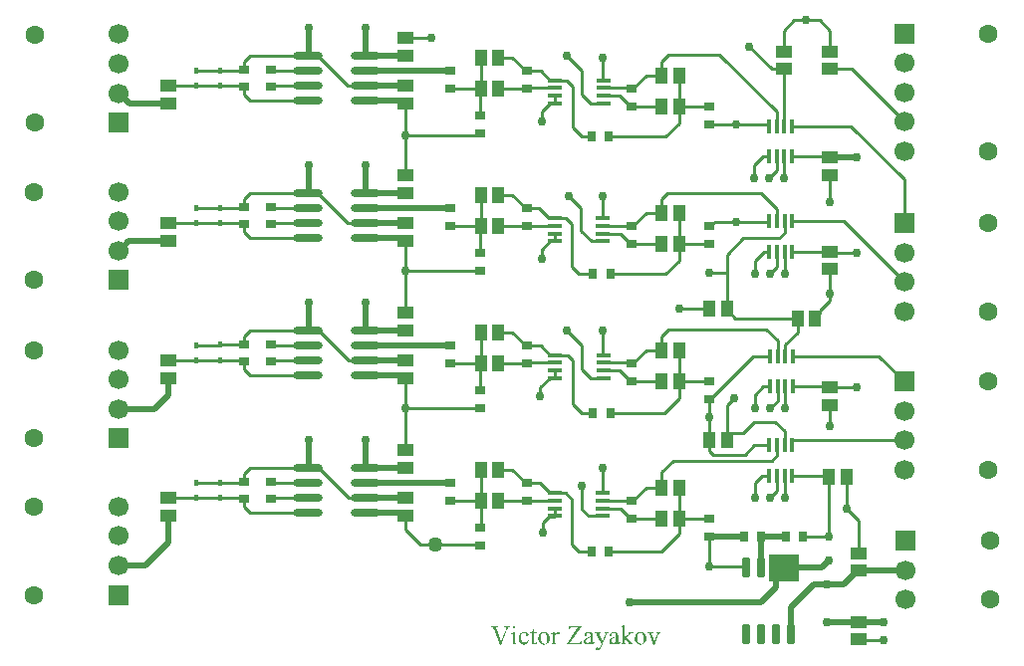
<source format=gbr>
%TF.GenerationSoftware,Altium Limited,Altium Designer,23.2.1 (34)*%
G04 Layer_Physical_Order=1*
G04 Layer_Color=255*
%FSLAX45Y45*%
%MOMM*%
%TF.SameCoordinates,D2495298-5ADA-4058-9D5E-391355C30085*%
%TF.FilePolarity,Positive*%
%TF.FileFunction,Copper,L1,Top,Signal*%
%TF.Part,Single*%
G01*
G75*
%TA.AperFunction,SMDPad,CuDef*%
%ADD10R,1.10000X1.40000*%
%ADD11R,1.40000X1.10000*%
%ADD12R,0.40000X1.22000*%
%ADD13R,1.25650X0.41798*%
G04:AMPARAMS|DCode=14|XSize=1.2565mm|YSize=0.41798mm|CornerRadius=0.20899mm|HoleSize=0mm|Usage=FLASHONLY|Rotation=0.000|XOffset=0mm|YOffset=0mm|HoleType=Round|Shape=RoundedRectangle|*
%AMROUNDEDRECTD14*
21,1,1.25650,0.00000,0,0,0.0*
21,1,0.83852,0.41798,0,0,0.0*
1,1,0.41798,0.41926,0.00000*
1,1,0.41798,-0.41926,0.00000*
1,1,0.41798,-0.41926,0.00000*
1,1,0.41798,0.41926,0.00000*
%
%ADD14ROUNDEDRECTD14*%
%ADD15R,0.90000X0.70000*%
%ADD16R,0.40000X0.48000*%
%ADD17O,2.50000X0.70000*%
%ADD18R,0.70000X0.90000*%
G04:AMPARAMS|DCode=19|XSize=0.65mm|YSize=1.65mm|CornerRadius=0.04875mm|HoleSize=0mm|Usage=FLASHONLY|Rotation=0.000|XOffset=0mm|YOffset=0mm|HoleType=Round|Shape=RoundedRectangle|*
%AMROUNDEDRECTD19*
21,1,0.65000,1.55250,0,0,0.0*
21,1,0.55250,1.65000,0,0,0.0*
1,1,0.09750,0.27625,-0.77625*
1,1,0.09750,-0.27625,-0.77625*
1,1,0.09750,-0.27625,0.77625*
1,1,0.09750,0.27625,0.77625*
%
%ADD19ROUNDEDRECTD19*%
%TA.AperFunction,Conductor*%
%ADD20C,0.25400*%
%ADD21C,0.50800*%
%TA.AperFunction,ComponentPad*%
%ADD22C,1.60000*%
%ADD23C,1.70000*%
%ADD24R,1.70000X1.70000*%
%TA.AperFunction,ViaPad*%
%ADD25C,0.76200*%
%ADD26C,1.27000*%
G36*
X10134600Y7454900D02*
X9880600D01*
Y7683500D01*
X10134600D01*
Y7454900D01*
D02*
G37*
G36*
X7716710Y7079058D02*
X7717768Y7078882D01*
X7719002Y7078353D01*
X7720412Y7077824D01*
X7721823Y7076943D01*
X7723056Y7075885D01*
X7723233Y7075709D01*
X7723585Y7075356D01*
X7724114Y7074651D01*
X7724819Y7073594D01*
X7725348Y7072360D01*
X7725877Y7071126D01*
X7726229Y7069539D01*
X7726406Y7067777D01*
Y7067600D01*
Y7067071D01*
X7726229Y7066190D01*
X7726053Y7065132D01*
X7725524Y7063898D01*
X7724995Y7062488D01*
X7724114Y7061078D01*
X7723056Y7059844D01*
X7722880Y7059668D01*
X7722528Y7059315D01*
X7721823Y7058786D01*
X7720765Y7058258D01*
X7719531Y7057553D01*
X7718297Y7057024D01*
X7716710Y7056671D01*
X7714948Y7056495D01*
X7714243D01*
X7713361Y7056671D01*
X7712304Y7056847D01*
X7711070Y7057376D01*
X7709659Y7057905D01*
X7708249Y7058786D01*
X7707015Y7059844D01*
X7706839Y7060020D01*
X7706486Y7060373D01*
X7705958Y7061078D01*
X7705429Y7062136D01*
X7704724Y7063193D01*
X7704195Y7064604D01*
X7703842Y7066190D01*
X7703666Y7067777D01*
Y7067953D01*
Y7068658D01*
X7703842Y7069539D01*
X7704019Y7070597D01*
X7704371Y7071831D01*
X7705076Y7073241D01*
X7705781Y7074651D01*
X7706839Y7075885D01*
X7707015Y7076062D01*
X7707368Y7076414D01*
X7708073Y7076943D01*
X7709131Y7077648D01*
X7710365Y7078177D01*
X7711598Y7078706D01*
X7713185Y7079058D01*
X7714948Y7079235D01*
X7715829D01*
X7716710Y7079058D01*
D02*
G37*
G36*
X8091121Y7025470D02*
X8092531Y7025118D01*
X8094294Y7024765D01*
X8095880Y7024060D01*
X8097643Y7023002D01*
X8099229Y7021769D01*
X8099406Y7021592D01*
X8099935Y7021063D01*
X8100463Y7020358D01*
X8101345Y7019301D01*
X8102050Y7018067D01*
X8102579Y7016657D01*
X8103107Y7014894D01*
X8103284Y7013131D01*
Y7012955D01*
Y7012426D01*
X8103107Y7011721D01*
X8102931Y7010663D01*
X8102579Y7009429D01*
X8102050Y7008372D01*
X8101345Y7007138D01*
X8100287Y7005904D01*
X8100111Y7005727D01*
X8099758Y7005375D01*
X8099229Y7005022D01*
X8098348Y7004493D01*
X8097290Y7003788D01*
X8096233Y7003436D01*
X8094823Y7003083D01*
X8093412Y7002907D01*
X8092707D01*
X8092002Y7003083D01*
X8090944Y7003436D01*
X8089534Y7003788D01*
X8088124Y7004493D01*
X8086361Y7005375D01*
X8084599Y7006609D01*
X8084422Y7006785D01*
X8083893Y7007138D01*
X8083012Y7007843D01*
X8081954Y7008548D01*
X8080720Y7009253D01*
X8079487Y7009958D01*
X8078429Y7010311D01*
X8077371Y7010487D01*
X8077019D01*
X8076137Y7010134D01*
X8074727Y7009605D01*
X8073846Y7008900D01*
X8072964Y7008195D01*
X8072788Y7008019D01*
X8072083Y7007314D01*
X8071202Y7006256D01*
X8069791Y7004670D01*
X8068381Y7002554D01*
X8066618Y6999910D01*
X8064679Y6996914D01*
X8062740Y6993212D01*
Y6944031D01*
Y6943855D01*
Y6943678D01*
Y6942621D01*
X8062917Y6941034D01*
X8063093Y6939095D01*
X8063269Y6936980D01*
X8063622Y6934864D01*
X8064150Y6932749D01*
X8064856Y6930986D01*
Y6930810D01*
X8065208Y6930458D01*
X8065561Y6929929D01*
X8066090Y6929224D01*
X8066795Y6928519D01*
X8067676Y6927637D01*
X8068734Y6926756D01*
X8069968Y6926051D01*
X8070144D01*
X8070673Y6925698D01*
X8071554Y6925522D01*
X8072788Y6925169D01*
X8074198Y6924817D01*
X8076137Y6924464D01*
X8078253Y6924288D01*
X8080720Y6924112D01*
Y6920057D01*
X8028190D01*
Y6924112D01*
X8029424D01*
X8030834Y6924288D01*
X8032597Y6924464D01*
X8036299Y6925169D01*
X8038062Y6925698D01*
X8039648Y6926403D01*
X8039824Y6926579D01*
X8040177Y6926756D01*
X8040530Y6927285D01*
X8041235Y6927813D01*
X8041763Y6928695D01*
X8042469Y6929752D01*
X8042997Y6930810D01*
X8043526Y6932220D01*
Y6932397D01*
X8043702Y6932749D01*
Y6933278D01*
X8043879Y6934336D01*
X8044055Y6935746D01*
Y6937685D01*
X8044231Y6940153D01*
Y6943149D01*
Y6982988D01*
Y6983164D01*
Y6983693D01*
Y6984574D01*
Y6985808D01*
Y6987218D01*
Y6988805D01*
X8044055Y6992330D01*
Y6996032D01*
X8043879Y6999381D01*
X8043702Y7000968D01*
Y7002202D01*
X8043526Y7003436D01*
X8043350Y7004141D01*
Y7004317D01*
X8043174Y7004670D01*
X8042997Y7005375D01*
X8042821Y7006080D01*
X8041940Y7007666D01*
X8040706Y7009077D01*
X8040353Y7009253D01*
X8039296Y7009958D01*
X8037885Y7010487D01*
X8035770Y7010663D01*
X8034536D01*
X8033478Y7010487D01*
X8032421Y7010311D01*
X8031011Y7009958D01*
X8028014Y7009077D01*
X8026956Y7013131D01*
X8057981Y7025647D01*
X8062740D01*
Y7002554D01*
X8062917Y7002907D01*
X8063269Y7003612D01*
X8063974Y7004670D01*
X8064856Y7006256D01*
X8066090Y7007843D01*
X8067500Y7009782D01*
X8069086Y7011897D01*
X8070849Y7014189D01*
X8074727Y7018419D01*
X8076842Y7020358D01*
X8079134Y7022121D01*
X8081602Y7023531D01*
X8084070Y7024589D01*
X8086538Y7025470D01*
X8089005Y7025647D01*
X8090063D01*
X8091121Y7025470D01*
D02*
G37*
G36*
X7804848D02*
X7806082D01*
X7807669Y7025294D01*
X7811018Y7024589D01*
X7815073Y7023708D01*
X7819127Y7022297D01*
X7823181Y7020182D01*
X7825120Y7018948D01*
X7827059Y7017538D01*
X7827236D01*
X7827412Y7017185D01*
X7828646Y7016128D01*
X7830232Y7014541D01*
X7831995Y7012426D01*
X7833758Y7009958D01*
X7835344Y7007138D01*
X7836578Y7004141D01*
X7836754Y7002554D01*
X7836931Y7000968D01*
Y7000792D01*
Y7000263D01*
X7836754Y6999381D01*
X7836578Y6998500D01*
X7836226Y6997266D01*
X7835697Y6996209D01*
X7834992Y6994975D01*
X7834110Y6993917D01*
X7833934Y6993741D01*
X7833581Y6993564D01*
X7833053Y6993212D01*
X7832171Y6992683D01*
X7831114Y6992154D01*
X7829703Y6991802D01*
X7828293Y6991625D01*
X7826530Y6991449D01*
X7825473D01*
X7824239Y6991625D01*
X7822829Y6991978D01*
X7821242Y6992507D01*
X7819479Y6993212D01*
X7818069Y6994269D01*
X7816659Y6995680D01*
Y6995856D01*
X7816306Y6996209D01*
X7815954Y6996737D01*
X7815601Y6997619D01*
X7815073Y6998853D01*
X7814544Y7000439D01*
X7814191Y7002378D01*
X7813839Y7004670D01*
Y7005022D01*
X7813662Y7005727D01*
X7813486Y7006961D01*
X7813133Y7008548D01*
X7812605Y7010134D01*
X7811723Y7011897D01*
X7810666Y7013484D01*
X7809432Y7014894D01*
X7809255Y7015070D01*
X7808727Y7015423D01*
X7807845Y7015951D01*
X7806611Y7016657D01*
X7805025Y7017362D01*
X7803262Y7017890D01*
X7801147Y7018243D01*
X7798679Y7018419D01*
X7797621D01*
X7796740Y7018243D01*
X7794801Y7018067D01*
X7792157Y7017362D01*
X7789336Y7016304D01*
X7786340Y7014894D01*
X7783343Y7012778D01*
X7781933Y7011368D01*
X7780699Y7009958D01*
X7780522Y7009782D01*
X7780346Y7009429D01*
X7779817Y7008900D01*
X7779288Y7008019D01*
X7778583Y7006961D01*
X7777878Y7005551D01*
X7776997Y7003965D01*
X7776292Y7002202D01*
X7775410Y7000263D01*
X7774529Y6998148D01*
X7773824Y6995680D01*
X7773119Y6993036D01*
X7772590Y6990391D01*
X7772061Y6987395D01*
X7771885Y6984222D01*
X7771709Y6980872D01*
Y6980696D01*
Y6979991D01*
Y6979110D01*
X7771885Y6977876D01*
X7772061Y6976113D01*
X7772237Y6974350D01*
X7772414Y6972235D01*
X7772766Y6969943D01*
X7773824Y6964831D01*
X7775587Y6959543D01*
X7776468Y6956723D01*
X7777702Y6953902D01*
X7779112Y6951082D01*
X7780699Y6948438D01*
X7780875Y6948261D01*
X7781051Y6947909D01*
X7781580Y6947204D01*
X7782285Y6946322D01*
X7783343Y6945088D01*
X7784400Y6944031D01*
X7785634Y6942621D01*
X7787045Y6941387D01*
X7788807Y6940153D01*
X7790570Y6938743D01*
X7794801Y6936627D01*
X7797092Y6935570D01*
X7799560Y6934864D01*
X7802204Y6934512D01*
X7805025Y6934336D01*
X7806082D01*
X7806964Y6934512D01*
X7807845D01*
X7808903Y6934688D01*
X7811547Y6935217D01*
X7814720Y6936098D01*
X7817893Y6937509D01*
X7821418Y6939271D01*
X7824768Y6941739D01*
X7825120Y6941916D01*
X7825825Y6942797D01*
X7827059Y6944031D01*
X7828469Y6945970D01*
X7830409Y6948614D01*
X7831290Y6950200D01*
X7832348Y6951787D01*
X7833405Y6953726D01*
X7834463Y6955841D01*
X7835697Y6958133D01*
X7836754Y6960601D01*
X7839927Y6959014D01*
Y6958838D01*
X7839751Y6958133D01*
X7839399Y6957075D01*
X7839046Y6955665D01*
X7838517Y6953902D01*
X7837988Y6951963D01*
X7837107Y6949848D01*
X7836226Y6947380D01*
X7834110Y6942444D01*
X7831290Y6937156D01*
X7827764Y6932044D01*
X7825649Y6929752D01*
X7823534Y6927637D01*
X7823357Y6927461D01*
X7823005Y6927108D01*
X7822300Y6926579D01*
X7821418Y6926051D01*
X7820361Y6925169D01*
X7818951Y6924288D01*
X7817364Y6923230D01*
X7815778Y6922349D01*
X7811723Y6920234D01*
X7807316Y6918647D01*
X7804848Y6917942D01*
X7802204Y6917413D01*
X7799560Y6917061D01*
X7796916Y6916884D01*
X7796211D01*
X7795153Y6917061D01*
X7793919D01*
X7792509Y6917413D01*
X7790746Y6917589D01*
X7788807Y6918118D01*
X7786516Y6918647D01*
X7784224Y6919528D01*
X7781756Y6920410D01*
X7779288Y6921644D01*
X7776644Y6923054D01*
X7774000Y6924817D01*
X7771532Y6926756D01*
X7768888Y6928871D01*
X7766420Y6931515D01*
X7766244Y6931691D01*
X7765892Y6932220D01*
X7765186Y6933102D01*
X7764481Y6934159D01*
X7763424Y6935746D01*
X7762366Y6937509D01*
X7761132Y6939624D01*
X7760074Y6941916D01*
X7758840Y6944736D01*
X7757607Y6947556D01*
X7756549Y6950906D01*
X7755491Y6954431D01*
X7754786Y6958309D01*
X7754081Y6962364D01*
X7753728Y6966594D01*
X7753552Y6971177D01*
Y6971530D01*
Y6972235D01*
X7753728Y6973469D01*
Y6975232D01*
X7754081Y6977171D01*
X7754257Y6979639D01*
X7754786Y6982283D01*
X7755315Y6985103D01*
X7756020Y6988276D01*
X7757078Y6991449D01*
X7758135Y6994622D01*
X7759546Y6997971D01*
X7761132Y7001321D01*
X7763071Y7004493D01*
X7765363Y7007490D01*
X7767831Y7010487D01*
X7768007Y7010663D01*
X7768536Y7011192D01*
X7769241Y7011897D01*
X7770298Y7012778D01*
X7771709Y7014012D01*
X7773471Y7015246D01*
X7775410Y7016657D01*
X7777526Y7018067D01*
X7779994Y7019477D01*
X7782461Y7020887D01*
X7785458Y7022121D01*
X7788455Y7023355D01*
X7791628Y7024236D01*
X7795153Y7024941D01*
X7798679Y7025470D01*
X7802381Y7025647D01*
X7803791D01*
X7804848Y7025470D01*
D02*
G37*
G36*
X7679164Y7067777D02*
X7678811D01*
X7677754Y7067424D01*
X7676343Y7067071D01*
X7674581Y7066543D01*
X7672642Y7065838D01*
X7670526Y7064956D01*
X7668587Y7063722D01*
X7666824Y7062488D01*
X7666648Y7062312D01*
X7665767Y7061431D01*
X7664709Y7060197D01*
X7663299Y7058258D01*
X7661712Y7055966D01*
X7659950Y7052969D01*
X7658187Y7049620D01*
X7656424Y7045566D01*
X7603541Y6916708D01*
X7599311D01*
X7542550Y7047329D01*
Y7047505D01*
X7542374Y7047857D01*
X7542197Y7048210D01*
X7541845Y7048915D01*
X7541140Y7050678D01*
X7540082Y7052617D01*
X7539201Y7054732D01*
X7538143Y7056847D01*
X7537085Y7058434D01*
X7536733Y7059139D01*
X7536380Y7059668D01*
X7536204Y7059844D01*
X7535851Y7060197D01*
X7535322Y7060902D01*
X7534441Y7061607D01*
X7533383Y7062488D01*
X7532326Y7063546D01*
X7529505Y7065132D01*
X7529329Y7065309D01*
X7528800Y7065485D01*
X7527919Y7065838D01*
X7526685Y7066190D01*
X7525098Y7066719D01*
X7523159Y7067071D01*
X7520868Y7067424D01*
X7518400Y7067777D01*
Y7071831D01*
X7580449D01*
Y7067777D01*
X7579920D01*
X7579391Y7067600D01*
X7578686D01*
X7576924Y7067248D01*
X7574808Y7066895D01*
X7572517Y7066366D01*
X7570225Y7065838D01*
X7568286Y7064956D01*
X7566700Y7064075D01*
X7566523Y7063898D01*
X7566171Y7063546D01*
X7565642Y7063017D01*
X7565113Y7062312D01*
X7564584Y7061431D01*
X7564055Y7060373D01*
X7563703Y7058963D01*
X7563527Y7057553D01*
Y7057376D01*
X7563703Y7056495D01*
X7563879Y7055085D01*
X7564232Y7053322D01*
X7564761Y7050854D01*
X7565818Y7047857D01*
X7567052Y7044332D01*
X7568815Y7040101D01*
X7607419Y6951082D01*
X7643380Y7038867D01*
Y7039044D01*
X7643556Y7039396D01*
X7643909Y7040101D01*
X7644261Y7040983D01*
X7644614Y7042040D01*
X7644966Y7043274D01*
X7646024Y7046095D01*
X7646905Y7049091D01*
X7647787Y7052088D01*
X7648315Y7054732D01*
X7648492Y7055966D01*
Y7057024D01*
Y7057200D01*
Y7057553D01*
X7648315Y7058258D01*
X7648139Y7058963D01*
X7647787Y7059844D01*
X7647081Y7060902D01*
X7646376Y7062136D01*
X7645319Y7063193D01*
X7645142Y7063370D01*
X7644790Y7063722D01*
X7643909Y7064251D01*
X7642851Y7064780D01*
X7641264Y7065485D01*
X7639325Y7066190D01*
X7637034Y7066895D01*
X7634390Y7067424D01*
X7634037D01*
X7633332Y7067600D01*
X7632451Y7067777D01*
Y7071831D01*
X7679164D01*
Y7067777D01*
D02*
G37*
G36*
X8514007Y7018596D02*
X8513831D01*
X8513302Y7018420D01*
X8512597D01*
X8511715Y7018243D01*
X8509600Y7017538D01*
X8507661Y7016657D01*
X8507485D01*
X8507308Y7016481D01*
X8506251Y7015599D01*
X8505369Y7014894D01*
X8504664Y7014013D01*
X8503783Y7012955D01*
X8502725Y7011721D01*
X8502549Y7011369D01*
X8502196Y7010840D01*
X8501844Y7010135D01*
X8501315Y7008901D01*
X8500610Y7007490D01*
X8499905Y7005551D01*
X8498847Y7003084D01*
X8457070Y6900843D01*
Y6900667D01*
X8456717Y6900138D01*
X8456541Y6899433D01*
X8456012Y6898376D01*
X8455307Y6897142D01*
X8454602Y6895731D01*
X8452839Y6892558D01*
X8450547Y6888857D01*
X8447903Y6885155D01*
X8444730Y6881629D01*
X8441205Y6878456D01*
X8441029D01*
X8440852Y6878104D01*
X8440323Y6877751D01*
X8439618Y6877222D01*
X8437679Y6875989D01*
X8435211Y6874578D01*
X8432391Y6873168D01*
X8429218Y6871934D01*
X8425869Y6871053D01*
X8424106Y6870877D01*
X8422343Y6870700D01*
X8421286D01*
X8420052Y6870877D01*
X8418642Y6871229D01*
X8416879Y6871582D01*
X8415116Y6872287D01*
X8413353Y6873344D01*
X8411590Y6874578D01*
X8411414Y6874755D01*
X8410885Y6875283D01*
X8410180Y6875989D01*
X8409475Y6877222D01*
X8408770Y6878456D01*
X8408065Y6879867D01*
X8407536Y6881629D01*
X8407360Y6883392D01*
Y6883568D01*
Y6884097D01*
X8407536Y6884979D01*
X8407712Y6886036D01*
X8408065Y6887270D01*
X8408594Y6888504D01*
X8409299Y6889738D01*
X8410357Y6890796D01*
X8410533Y6890972D01*
X8410885Y6891325D01*
X8411590Y6891677D01*
X8412472Y6892206D01*
X8413706Y6892735D01*
X8415116Y6893264D01*
X8416879Y6893440D01*
X8418818Y6893616D01*
X8419523D01*
X8420404Y6893440D01*
X8421462Y6893264D01*
X8422872Y6893087D01*
X8424635Y6892735D01*
X8426574Y6892030D01*
X8428866Y6891325D01*
X8429042D01*
X8429571Y6891148D01*
X8430452Y6890796D01*
X8431333Y6890619D01*
X8433272Y6889914D01*
X8433978Y6889738D01*
X8435035D01*
X8435740Y6889914D01*
X8436622Y6890267D01*
X8437679Y6890619D01*
X8438913Y6891148D01*
X8440323Y6892030D01*
X8441734Y6893264D01*
X8441910Y6893440D01*
X8442439Y6893969D01*
X8443320Y6894850D01*
X8444202Y6896260D01*
X8445435Y6898023D01*
X8446846Y6900315D01*
X8448256Y6903135D01*
X8449842Y6906484D01*
X8457070Y6924288D01*
X8420228Y7001321D01*
Y7001497D01*
X8419875Y7002026D01*
X8419523Y7002731D01*
X8418818Y7003789D01*
X8418113Y7005023D01*
X8417231Y7006609D01*
X8415997Y7008196D01*
X8414763Y7010135D01*
X8414587Y7010311D01*
X8414411Y7010840D01*
X8413882Y7011369D01*
X8413177Y7012250D01*
X8411767Y7014013D01*
X8410885Y7014718D01*
X8410180Y7015423D01*
X8410004D01*
X8409651Y7015775D01*
X8409123Y7016128D01*
X8408241Y7016481D01*
X8407007Y7017009D01*
X8405597Y7017538D01*
X8404011Y7018067D01*
X8401895Y7018596D01*
Y7022650D01*
X8449842D01*
Y7018596D01*
X8446669D01*
X8445788Y7018420D01*
X8444730Y7018243D01*
X8442263Y7017714D01*
X8441029Y7017009D01*
X8439971Y7016304D01*
X8439795Y7016128D01*
X8439618Y7015952D01*
X8439266Y7015423D01*
X8438737Y7014894D01*
X8437856Y7013131D01*
X8437679Y7012074D01*
X8437503Y7010840D01*
Y7010663D01*
Y7009958D01*
X8437679Y7009077D01*
X8438032Y7007667D01*
X8438384Y7005904D01*
X8439090Y7003789D01*
X8439971Y7001497D01*
X8441205Y6998677D01*
X8466236Y6946851D01*
X8489152Y7003612D01*
Y7003789D01*
X8489504Y7004494D01*
X8489681Y7005375D01*
X8490033Y7006433D01*
X8490386Y7007843D01*
X8490562Y7009429D01*
X8490915Y7012779D01*
Y7012955D01*
Y7013131D01*
Y7013836D01*
X8490562Y7014894D01*
X8490210Y7015775D01*
X8490033Y7015952D01*
X8489504Y7016481D01*
X8488623Y7017186D01*
X8487389Y7017714D01*
X8487037Y7017891D01*
X8486508Y7018067D01*
X8485803Y7018243D01*
X8484921D01*
X8483687Y7018420D01*
X8482277Y7018596D01*
X8480691D01*
Y7022650D01*
X8514007D01*
Y7018596D01*
D02*
G37*
G36*
X8958575D02*
X8958399D01*
X8957694Y7018420D01*
X8956636D01*
X8955402Y7018067D01*
X8952758Y7017362D01*
X8951524Y7016833D01*
X8950466Y7016128D01*
X8950290Y7015952D01*
X8949761Y7015423D01*
X8949056Y7014718D01*
X8948175Y7013484D01*
X8947117Y7011897D01*
X8945883Y7009958D01*
X8944649Y7007667D01*
X8943415Y7004846D01*
X8907279Y6916885D01*
X8902695D01*
X8866206Y7003260D01*
X8866030Y7003612D01*
X8865854Y7004317D01*
X8865325Y7005375D01*
X8864620Y7006609D01*
X8863210Y7009606D01*
X8862328Y7011016D01*
X8861447Y7012074D01*
X8861271Y7012250D01*
X8861094Y7012602D01*
X8860565Y7012955D01*
X8859860Y7013660D01*
X8858098Y7015070D01*
X8855806Y7016657D01*
X8855630D01*
X8855453Y7016833D01*
X8854925Y7017009D01*
X8854220Y7017186D01*
X8853162Y7017538D01*
X8851752Y7017891D01*
X8850165Y7018243D01*
X8848226Y7018596D01*
Y7022650D01*
X8896349D01*
Y7018596D01*
X8892471D01*
X8891590Y7018420D01*
X8890709Y7018243D01*
X8888417Y7017714D01*
X8887359Y7017009D01*
X8886478Y7016304D01*
X8886302Y7016128D01*
X8886125Y7015952D01*
X8885773Y7015423D01*
X8885420Y7014894D01*
X8884539Y7012955D01*
X8884363Y7011897D01*
X8884186Y7010663D01*
Y7010487D01*
Y7009958D01*
X8884363Y7009077D01*
X8884539Y7008019D01*
X8884715Y7006609D01*
X8885244Y7005023D01*
X8885773Y7003260D01*
X8886654Y7001321D01*
X8910452Y6944736D01*
X8934425Y7003436D01*
X8934601Y7003789D01*
X8934778Y7004494D01*
X8935130Y7005551D01*
X8935659Y7006962D01*
X8936540Y7010135D01*
X8936717Y7011721D01*
X8936893Y7012955D01*
Y7013308D01*
X8936717Y7013836D01*
X8936540Y7014718D01*
X8936012Y7015599D01*
X8935835Y7015952D01*
X8935130Y7016481D01*
X8934073Y7017362D01*
X8932839Y7017891D01*
X8932662D01*
X8932486Y7018067D01*
X8931957D01*
X8931076Y7018243D01*
X8930018Y7018420D01*
X8928784D01*
X8927022Y7018596D01*
X8925082D01*
Y7022650D01*
X8958575D01*
Y7018596D01*
D02*
G37*
G36*
X8654499Y6977171D02*
X8680588Y7000968D01*
X8680764Y7001144D01*
X8680940Y7001321D01*
X8681998Y7002202D01*
X8683232Y7003436D01*
X8684995Y7005023D01*
X8686581Y7006609D01*
X8688168Y7008196D01*
X8689401Y7009606D01*
X8690283Y7010663D01*
X8690459Y7010840D01*
X8690812Y7011545D01*
X8690988Y7012250D01*
X8691164Y7013308D01*
Y7013484D01*
Y7013660D01*
X8690988Y7014718D01*
X8690283Y7015952D01*
X8689930Y7016657D01*
X8689225Y7017186D01*
X8688873Y7017362D01*
X8688520Y7017714D01*
X8687815Y7018067D01*
X8686934Y7018420D01*
X8685876Y7018596D01*
X8684642Y7018948D01*
X8683232Y7019125D01*
Y7022650D01*
X8727830D01*
Y7019125D01*
X8726948D01*
X8726243Y7018948D01*
X8724657D01*
X8722541Y7018596D01*
X8720073Y7018243D01*
X8717429Y7017714D01*
X8714961Y7017009D01*
X8712494Y7016128D01*
X8712141Y7015952D01*
X8711436Y7015599D01*
X8710202Y7015070D01*
X8708439Y7014013D01*
X8706500Y7012779D01*
X8704209Y7011192D01*
X8701741Y7009253D01*
X8699097Y7006962D01*
X8672655Y6982636D01*
X8698920Y6949319D01*
X8699097Y6949143D01*
X8699449Y6948791D01*
X8699978Y6948085D01*
X8700683Y6947204D01*
X8701565Y6946146D01*
X8702622Y6944912D01*
X8704914Y6942092D01*
X8707382Y6939095D01*
X8709849Y6936275D01*
X8712141Y6933807D01*
X8713022Y6932749D01*
X8713904Y6931868D01*
X8714080Y6931692D01*
X8714785Y6930987D01*
X8715843Y6930105D01*
X8717077Y6929048D01*
X8718487Y6927990D01*
X8720073Y6926932D01*
X8721660Y6925875D01*
X8723246Y6925170D01*
X8723423D01*
X8723775Y6924993D01*
X8724480Y6924817D01*
X8725538Y6924641D01*
X8726948Y6924464D01*
X8728535Y6924288D01*
X8730650Y6924112D01*
X8733118D01*
Y6920058D01*
X8683232D01*
Y6924112D01*
X8684642D01*
X8685523Y6924288D01*
X8687462Y6924641D01*
X8688168Y6924817D01*
X8688873Y6925170D01*
X8689049Y6925346D01*
X8689754Y6926051D01*
X8690283Y6927109D01*
X8690459Y6928519D01*
Y6928695D01*
Y6929048D01*
X8690283Y6929576D01*
X8689930Y6930634D01*
X8689401Y6931692D01*
X8688520Y6933102D01*
X8687462Y6934865D01*
X8686052Y6936804D01*
X8654499Y6976995D01*
Y6943150D01*
Y6942973D01*
Y6942797D01*
Y6942268D01*
Y6941563D01*
Y6939800D01*
X8654675Y6937685D01*
X8654851Y6935570D01*
X8655028Y6933278D01*
X8655380Y6931339D01*
X8655733Y6929929D01*
Y6929753D01*
X8656085Y6929400D01*
X8656262Y6928871D01*
X8656790Y6928166D01*
X8658024Y6926580D01*
X8659787Y6925346D01*
X8659963D01*
X8660316Y6925170D01*
X8661021Y6924993D01*
X8662255Y6924817D01*
X8663665Y6924464D01*
X8665604Y6924288D01*
X8668072Y6924112D01*
X8671069D01*
Y6920058D01*
X8619067D01*
Y6924112D01*
X8620301D01*
X8621711Y6924288D01*
X8623474D01*
X8625237Y6924464D01*
X8627176Y6924817D01*
X8629115Y6925346D01*
X8630702Y6925875D01*
X8630878D01*
X8631054Y6926051D01*
X8631935Y6926756D01*
X8633169Y6927990D01*
X8634227Y6929753D01*
Y6929929D01*
X8634580Y6930458D01*
X8634756Y6931339D01*
X8635108Y6932749D01*
X8635461Y6934512D01*
X8635637Y6936804D01*
X8635990Y6939448D01*
Y6942621D01*
Y7036047D01*
Y7036223D01*
Y7036752D01*
Y7037634D01*
Y7038868D01*
Y7040278D01*
Y7041864D01*
X8635814Y7045390D01*
Y7049092D01*
X8635637Y7052617D01*
X8635461Y7054204D01*
Y7055438D01*
X8635285Y7056671D01*
X8635108Y7057553D01*
Y7057729D01*
X8634932Y7058258D01*
X8634756Y7058787D01*
X8634580Y7059668D01*
X8633698Y7061431D01*
X8633169Y7062136D01*
X8632464Y7062841D01*
X8632112Y7063017D01*
X8631230Y7063722D01*
X8629820Y7064251D01*
X8627881Y7064428D01*
X8626823D01*
X8626118Y7064251D01*
X8625237Y7064075D01*
X8624003Y7063722D01*
X8622593Y7063194D01*
X8620830Y7062665D01*
X8619067Y7066719D01*
X8649211Y7079235D01*
X8654499D01*
Y6977171D01*
D02*
G37*
G36*
X8191245Y6929224D02*
X8254881Y6929224D01*
X8255763Y6929400D01*
X8256996D01*
X8258407Y6929576D01*
X8261580Y6929929D01*
X8265105Y6930810D01*
X8268807Y6931868D01*
X8272156Y6933278D01*
X8275329Y6935394D01*
X8275505D01*
X8275682Y6935746D01*
X8276034Y6936099D01*
X8276563Y6936627D01*
X8277268Y6937509D01*
X8278150Y6938390D01*
X8279031Y6939624D01*
X8279912Y6941034D01*
X8280970Y6942621D01*
X8282028Y6944384D01*
X8283262Y6946499D01*
X8284495Y6948791D01*
X8285553Y6951435D01*
X8286787Y6954255D01*
X8288021Y6957428D01*
X8289079Y6960777D01*
X8292780Y6960248D01*
X8285553Y6920058D01*
X8162160Y6920057D01*
Y6924112D01*
X8259464Y7062841D01*
X8208873Y7062841D01*
X8206758Y7062665D01*
X8204114Y7062488D01*
X8201293Y7062136D01*
X8198473Y7061783D01*
X8195652Y7061078D01*
X8193361Y7060197D01*
X8193185Y7060020D01*
X8192479Y7059668D01*
X8191422Y7059139D01*
X8190364Y7058258D01*
X8188954Y7057200D01*
X8187544Y7055790D01*
X8186310Y7054203D01*
X8185076Y7052441D01*
X8184900Y7052264D01*
X8184547Y7051383D01*
X8184018Y7050149D01*
X8183313Y7048210D01*
X8182608Y7045742D01*
X8182255Y7044332D01*
X8181727Y7042569D01*
X8181374Y7040630D01*
X8180845Y7038691D01*
X8180316Y7036399D01*
X8179964Y7033932D01*
X8175733D01*
X8178906Y7071831D01*
X8291194Y7071831D01*
X8191245Y6929224D01*
D02*
G37*
G36*
X7724467Y6943149D02*
Y6942973D01*
Y6942797D01*
Y6942268D01*
Y6941563D01*
Y6939976D01*
X7724643Y6937861D01*
X7724819Y6935746D01*
X7724995Y6933631D01*
X7725348Y6931691D01*
X7725701Y6930281D01*
Y6930105D01*
X7726053Y6929752D01*
X7726229Y6929224D01*
X7726758Y6928519D01*
X7727992Y6926932D01*
X7729755Y6925522D01*
X7729931D01*
X7730284Y6925346D01*
X7730989Y6925169D01*
X7732047Y6924817D01*
X7733457Y6924640D01*
X7735219Y6924288D01*
X7737335Y6924112D01*
X7739979D01*
Y6920057D01*
X7690269D01*
Y6924112D01*
X7692737D01*
X7694323Y6924288D01*
X7697496Y6924640D01*
X7699083Y6924993D01*
X7700141Y6925522D01*
X7700317D01*
X7700669Y6925874D01*
X7701727Y6926579D01*
X7702961Y6928166D01*
X7703666Y6929047D01*
X7704371Y6930281D01*
Y6930458D01*
X7704547Y6930986D01*
X7704900Y6931868D01*
X7705253Y6933102D01*
X7705429Y6934864D01*
X7705781Y6937156D01*
X7705958Y6939800D01*
Y6943149D01*
Y6982812D01*
Y6982988D01*
Y6983517D01*
Y6984398D01*
Y6985456D01*
Y6986866D01*
Y6988276D01*
X7705781Y6991802D01*
Y6995327D01*
X7705605Y6998853D01*
X7705429Y7000439D01*
X7705253Y7002026D01*
X7705076Y7003260D01*
X7704900Y7004317D01*
Y7004493D01*
X7704724Y7004846D01*
X7704547Y7005551D01*
X7704195Y7006256D01*
X7703490Y7007843D01*
X7702961Y7008724D01*
X7702256Y7009253D01*
X7701903Y7009429D01*
X7701198Y7009958D01*
X7699788Y7010487D01*
X7697849Y7010663D01*
X7696615D01*
X7695734Y7010487D01*
X7694500Y7010311D01*
X7693266Y7009958D01*
X7690093Y7009077D01*
X7688683Y7013131D01*
X7719531Y7025647D01*
X7724467D01*
Y6943149D01*
D02*
G37*
G36*
X7884349Y7022650D02*
X7908146D01*
Y7015070D01*
X7884349Y7014894D01*
Y6948261D01*
Y6948085D01*
Y6947909D01*
Y6947380D01*
Y6946675D01*
X7884525Y6944912D01*
X7884702Y6942797D01*
X7885054Y6940505D01*
X7885583Y6938390D01*
X7886288Y6936275D01*
X7887169Y6934688D01*
X7887346Y6934512D01*
X7887698Y6934159D01*
X7888227Y6933631D01*
X7889108Y6933102D01*
X7890166Y6932397D01*
X7891400Y6931868D01*
X7892810Y6931515D01*
X7894397Y6931339D01*
X7895102D01*
X7895807Y6931515D01*
X7896688Y6931691D01*
X7898980Y6932220D01*
X7900390Y6932749D01*
X7901624Y6933454D01*
X7901800Y6933631D01*
X7902153Y6933807D01*
X7902858Y6934512D01*
X7903563Y6935217D01*
X7904444Y6936098D01*
X7905502Y6937332D01*
X7906383Y6938743D01*
X7907089Y6940329D01*
X7911495D01*
Y6940153D01*
X7911319Y6939800D01*
X7911143Y6939271D01*
X7910790Y6938566D01*
X7909909Y6936451D01*
X7908499Y6934159D01*
X7906912Y6931339D01*
X7904973Y6928695D01*
X7902858Y6926051D01*
X7900214Y6923759D01*
X7899861Y6923583D01*
X7898980Y6922878D01*
X7897570Y6921996D01*
X7895807Y6921115D01*
X7893515Y6920057D01*
X7891047Y6919176D01*
X7888403Y6918471D01*
X7885583Y6918295D01*
X7884702D01*
X7883644Y6918471D01*
X7882410Y6918647D01*
X7880823Y6919000D01*
X7879061Y6919528D01*
X7877298Y6920234D01*
X7875359Y6921115D01*
X7875183Y6921291D01*
X7874478Y6921644D01*
X7873596Y6922349D01*
X7872538Y6923230D01*
X7871481Y6924288D01*
X7870247Y6925698D01*
X7869189Y6927285D01*
X7868132Y6929224D01*
X7867955Y6929400D01*
X7867779Y6930281D01*
X7867426Y6931515D01*
X7867074Y6933278D01*
X7866545Y6935746D01*
X7866193Y6938566D01*
X7866016Y6941916D01*
X7865840Y6945794D01*
Y7015070D01*
X7849623D01*
Y7018596D01*
X7849975Y7018772D01*
X7850680Y7019124D01*
X7851914Y7019653D01*
X7853501Y7020535D01*
X7855263Y7021769D01*
X7857379Y7023179D01*
X7859670Y7024941D01*
X7861962Y7026881D01*
X7862314Y7027233D01*
X7863020Y7027938D01*
X7864254Y7029172D01*
X7865840Y7030759D01*
X7867603Y7032874D01*
X7869542Y7035166D01*
X7871657Y7037810D01*
X7873596Y7040630D01*
X7873772Y7040806D01*
X7874125Y7041511D01*
X7874654Y7042569D01*
X7875535Y7044156D01*
X7876593Y7046271D01*
X7877827Y7049091D01*
X7879237Y7052441D01*
X7880823Y7056319D01*
X7884349D01*
Y7022650D01*
D02*
G37*
G36*
X8568124Y7025471D02*
X8569534D01*
X8572707Y7025118D01*
X8576232Y7024413D01*
X8579934Y7023708D01*
X8583636Y7022474D01*
X8587161Y7020887D01*
X8587514Y7020711D01*
X8588219Y7020182D01*
X8589453Y7019477D01*
X8590863Y7018243D01*
X8592450Y7016833D01*
X8594036Y7014894D01*
X8595623Y7012779D01*
X8596857Y7010135D01*
X8597033Y7009958D01*
X8597209Y7009077D01*
X8597562Y7007843D01*
X8597914Y7005904D01*
X8598090Y7004670D01*
X8598267Y7003260D01*
X8598443Y7001673D01*
X8598619Y6999734D01*
X8598796Y6997795D01*
X8598972Y6995504D01*
Y6993036D01*
Y6990392D01*
Y6955665D01*
Y6955489D01*
Y6954960D01*
Y6954255D01*
Y6953374D01*
Y6952140D01*
Y6950906D01*
Y6947909D01*
X8599148Y6944912D01*
Y6941916D01*
X8599324Y6940506D01*
Y6939448D01*
X8599501Y6938390D01*
Y6937685D01*
Y6937509D01*
X8599677Y6937156D01*
Y6936627D01*
X8599853Y6935922D01*
X8600558Y6934336D01*
X8600911Y6933807D01*
X8601263Y6933278D01*
X8601440Y6933102D01*
X8602145Y6932749D01*
X8603203Y6932397D01*
X8604260Y6932221D01*
X8604613D01*
X8605318Y6932397D01*
X8606375Y6932573D01*
X8607433Y6932926D01*
X8607609D01*
X8607962Y6933278D01*
X8608491Y6933807D01*
X8609372Y6934512D01*
X8610606Y6935570D01*
X8612193Y6936980D01*
X8614308Y6938919D01*
X8616599Y6941211D01*
Y6934865D01*
X8616423Y6934688D01*
X8616071Y6934160D01*
X8615366Y6933278D01*
X8614484Y6932221D01*
X8613250Y6930987D01*
X8612016Y6929576D01*
X8608843Y6926580D01*
X8605142Y6923407D01*
X8603203Y6921997D01*
X8601087Y6920763D01*
X8598972Y6919705D01*
X8596857Y6918824D01*
X8594565Y6918295D01*
X8592450Y6918118D01*
X8591568D01*
X8590511Y6918295D01*
X8589277Y6918647D01*
X8587866Y6919000D01*
X8586456Y6919705D01*
X8585046Y6920586D01*
X8583636Y6921820D01*
X8583460Y6921997D01*
X8583107Y6922525D01*
X8582578Y6923583D01*
X8582049Y6924993D01*
X8581521Y6926756D01*
X8580992Y6929048D01*
X8580639Y6931692D01*
X8580463Y6934865D01*
X8580287Y6934688D01*
X8579758Y6934336D01*
X8579053Y6933631D01*
X8577995Y6932926D01*
X8576585Y6931868D01*
X8575175Y6930810D01*
X8572002Y6928519D01*
X8568652Y6925875D01*
X8565303Y6923583D01*
X8563893Y6922702D01*
X8562483Y6921820D01*
X8561425Y6921115D01*
X8560544Y6920586D01*
X8560191Y6920410D01*
X8559486Y6920234D01*
X8558252Y6919705D01*
X8556666Y6919352D01*
X8554903Y6918824D01*
X8552611Y6918295D01*
X8550320Y6918118D01*
X8547852Y6917942D01*
X8546794D01*
X8546089Y6918118D01*
X8544150Y6918295D01*
X8541682Y6918824D01*
X8538862Y6919705D01*
X8535865Y6920939D01*
X8533045Y6922702D01*
X8530224Y6925170D01*
X8529872Y6925522D01*
X8529167Y6926403D01*
X8528109Y6928166D01*
X8526875Y6930282D01*
X8525641Y6932926D01*
X8524583Y6936275D01*
X8523878Y6939977D01*
X8523526Y6944207D01*
Y6944384D01*
Y6944560D01*
Y6945441D01*
X8523702Y6946851D01*
X8523878Y6948614D01*
X8524407Y6950730D01*
X8524936Y6952845D01*
X8525817Y6955136D01*
X8526875Y6957252D01*
Y6957428D01*
X8527051Y6957604D01*
X8527756Y6958486D01*
X8528814Y6960072D01*
X8530577Y6961835D01*
X8532692Y6964127D01*
X8535336Y6966418D01*
X8538685Y6969062D01*
X8542564Y6971530D01*
X8542740D01*
X8543092Y6971883D01*
X8543797Y6972235D01*
X8544855Y6972764D01*
X8546089Y6973469D01*
X8547676Y6974174D01*
X8549438Y6975056D01*
X8551554Y6976113D01*
X8554022Y6977171D01*
X8556842Y6978405D01*
X8560015Y6979815D01*
X8563364Y6981225D01*
X8567066Y6982812D01*
X8571297Y6984398D01*
X8575703Y6986161D01*
X8580463Y6987924D01*
Y6991802D01*
Y6991978D01*
Y6992507D01*
Y6993212D01*
Y6994270D01*
X8580287Y6995504D01*
Y6997090D01*
X8579934Y7000263D01*
X8579229Y7003789D01*
X8578348Y7007314D01*
X8577114Y7010487D01*
X8576409Y7011721D01*
X8575527Y7012955D01*
X8575351Y7013131D01*
X8574646Y7013836D01*
X8573588Y7014718D01*
X8572002Y7015952D01*
X8570063Y7017009D01*
X8567595Y7017891D01*
X8564774Y7018596D01*
X8561425Y7018772D01*
X8560367D01*
X8558957Y7018596D01*
X8557547Y7018243D01*
X8555784Y7017891D01*
X8553845Y7017186D01*
X8552082Y7016128D01*
X8550320Y7014894D01*
X8550143Y7014718D01*
X8549615Y7014189D01*
X8548909Y7013484D01*
X8548204Y7012426D01*
X8547499Y7011016D01*
X8546794Y7009606D01*
X8546265Y7007843D01*
X8546089Y7006080D01*
X8546442Y6999734D01*
Y6999558D01*
Y6998853D01*
X8546265Y6997972D01*
X8546089Y6996738D01*
X8545737Y6995504D01*
X8545208Y6994093D01*
X8544503Y6992860D01*
X8543621Y6991626D01*
X8543445Y6991449D01*
X8543092Y6991273D01*
X8542564Y6990744D01*
X8541858Y6990392D01*
X8540801Y6989863D01*
X8539567Y6989334D01*
X8538333Y6989158D01*
X8536746Y6988981D01*
X8536041D01*
X8535336Y6989158D01*
X8534455Y6989334D01*
X8533397Y6989687D01*
X8532163Y6990215D01*
X8531106Y6990920D01*
X8530048Y6991802D01*
X8529872Y6991978D01*
X8529695Y6992331D01*
X8529167Y6993036D01*
X8528814Y6993917D01*
X8528285Y6994975D01*
X8527756Y6996385D01*
X8527580Y6997972D01*
X8527404Y6999734D01*
Y6999911D01*
Y7000087D01*
Y7000616D01*
X8527580Y7001321D01*
X8527933Y7003260D01*
X8528638Y7005551D01*
X8529695Y7008372D01*
X8531458Y7011369D01*
X8532692Y7012955D01*
X8533926Y7014365D01*
X8535336Y7015952D01*
X8537099Y7017538D01*
X8537275Y7017714D01*
X8537628Y7017891D01*
X8538157Y7018243D01*
X8538862Y7018772D01*
X8539919Y7019477D01*
X8541153Y7020182D01*
X8542564Y7020887D01*
X8544326Y7021593D01*
X8546089Y7022298D01*
X8548204Y7023003D01*
X8550496Y7023708D01*
X8552964Y7024413D01*
X8555608Y7024942D01*
X8558428Y7025294D01*
X8561601Y7025647D01*
X8567066D01*
X8568124Y7025471D01*
D02*
G37*
G36*
X8351833D02*
X8353243D01*
X8356416Y7025118D01*
X8359942Y7024413D01*
X8363643Y7023708D01*
X8367345Y7022474D01*
X8370871Y7020887D01*
X8371223Y7020711D01*
X8371928Y7020182D01*
X8373162Y7019477D01*
X8374573Y7018243D01*
X8376159Y7016833D01*
X8377745Y7014894D01*
X8379332Y7012779D01*
X8380566Y7010135D01*
X8380742Y7009958D01*
X8380918Y7009077D01*
X8381271Y7007843D01*
X8381624Y7005904D01*
X8381800Y7004670D01*
X8381976Y7003260D01*
X8382152Y7001673D01*
X8382329Y6999734D01*
X8382505Y6997795D01*
X8382681Y6995504D01*
Y6993036D01*
Y6990392D01*
Y6955665D01*
Y6955489D01*
Y6954960D01*
Y6954255D01*
Y6953374D01*
Y6952140D01*
Y6950906D01*
Y6947909D01*
X8382858Y6944912D01*
Y6941916D01*
X8383034Y6940506D01*
Y6939448D01*
X8383210Y6938390D01*
Y6937685D01*
Y6937509D01*
X8383386Y6937156D01*
Y6936627D01*
X8383563Y6935922D01*
X8384268Y6934336D01*
X8384620Y6933807D01*
X8384973Y6933278D01*
X8385149Y6933102D01*
X8385854Y6932749D01*
X8386912Y6932397D01*
X8387970Y6932221D01*
X8388322D01*
X8389027Y6932397D01*
X8390085Y6932573D01*
X8391142Y6932926D01*
X8391319D01*
X8391671Y6933278D01*
X8392200Y6933807D01*
X8393082Y6934512D01*
X8394315Y6935570D01*
X8395902Y6936980D01*
X8398017Y6938919D01*
X8400309Y6941211D01*
Y6934865D01*
X8400133Y6934688D01*
X8399780Y6934160D01*
X8399075Y6933278D01*
X8398194Y6932221D01*
X8396960Y6930987D01*
X8395726Y6929576D01*
X8392553Y6926580D01*
X8388851Y6923407D01*
X8386912Y6921997D01*
X8384797Y6920763D01*
X8382681Y6919705D01*
X8380566Y6918824D01*
X8378274Y6918295D01*
X8376159Y6918118D01*
X8375278D01*
X8374220Y6918295D01*
X8372986Y6918647D01*
X8371576Y6919000D01*
X8370166Y6919705D01*
X8368755Y6920586D01*
X8367345Y6921820D01*
X8367169Y6921997D01*
X8366816Y6922525D01*
X8366288Y6923583D01*
X8365759Y6924993D01*
X8365230Y6926756D01*
X8364701Y6929048D01*
X8364349Y6931692D01*
X8364172Y6934865D01*
X8363996Y6934688D01*
X8363467Y6934336D01*
X8362762Y6933631D01*
X8361704Y6932926D01*
X8360294Y6931868D01*
X8358884Y6930810D01*
X8355711Y6928519D01*
X8352362Y6925875D01*
X8349013Y6923583D01*
X8347602Y6922702D01*
X8346192Y6921820D01*
X8345134Y6921115D01*
X8344253Y6920586D01*
X8343901Y6920410D01*
X8343195Y6920234D01*
X8341961Y6919705D01*
X8340375Y6919352D01*
X8338612Y6918824D01*
X8336321Y6918295D01*
X8334029Y6918118D01*
X8331561Y6917942D01*
X8330504D01*
X8329798Y6918118D01*
X8327859Y6918295D01*
X8325392Y6918824D01*
X8322571Y6919705D01*
X8319574Y6920939D01*
X8316754Y6922702D01*
X8313934Y6925170D01*
X8313581Y6925522D01*
X8312876Y6926403D01*
X8311818Y6928166D01*
X8310584Y6930282D01*
X8309350Y6932926D01*
X8308293Y6936275D01*
X8307588Y6939977D01*
X8307235Y6944207D01*
Y6944384D01*
Y6944560D01*
Y6945441D01*
X8307411Y6946851D01*
X8307588Y6948614D01*
X8308116Y6950730D01*
X8308645Y6952845D01*
X8309527Y6955136D01*
X8310584Y6957252D01*
Y6957428D01*
X8310761Y6957604D01*
X8311466Y6958486D01*
X8312523Y6960072D01*
X8314286Y6961835D01*
X8316401Y6964127D01*
X8319046Y6966418D01*
X8322395Y6969062D01*
X8326273Y6971530D01*
X8326449D01*
X8326802Y6971883D01*
X8327507Y6972235D01*
X8328564Y6972764D01*
X8329798Y6973469D01*
X8331385Y6974174D01*
X8333148Y6975056D01*
X8335263Y6976113D01*
X8337731Y6977171D01*
X8340551Y6978405D01*
X8343724Y6979815D01*
X8347073Y6981225D01*
X8350775Y6982812D01*
X8355006Y6984398D01*
X8359413Y6986161D01*
X8364172Y6987924D01*
Y6991802D01*
Y6991978D01*
Y6992507D01*
Y6993212D01*
Y6994270D01*
X8363996Y6995504D01*
Y6997090D01*
X8363643Y7000263D01*
X8362938Y7003789D01*
X8362057Y7007314D01*
X8360823Y7010487D01*
X8360118Y7011721D01*
X8359237Y7012955D01*
X8359060Y7013131D01*
X8358355Y7013836D01*
X8357297Y7014718D01*
X8355711Y7015952D01*
X8353772Y7017009D01*
X8351304Y7017891D01*
X8348484Y7018596D01*
X8345134Y7018772D01*
X8344077D01*
X8342667Y7018596D01*
X8341256Y7018243D01*
X8339494Y7017891D01*
X8337555Y7017186D01*
X8335792Y7016128D01*
X8334029Y7014894D01*
X8333853Y7014718D01*
X8333324Y7014189D01*
X8332619Y7013484D01*
X8331914Y7012426D01*
X8331209Y7011016D01*
X8330504Y7009606D01*
X8329975Y7007843D01*
X8329798Y7006080D01*
X8330151Y6999734D01*
Y6999558D01*
Y6998853D01*
X8329975Y6997972D01*
X8329798Y6996738D01*
X8329446Y6995504D01*
X8328917Y6994093D01*
X8328212Y6992860D01*
X8327331Y6991626D01*
X8327154Y6991449D01*
X8326802Y6991273D01*
X8326273Y6990744D01*
X8325568Y6990392D01*
X8324510Y6989863D01*
X8323276Y6989334D01*
X8322042Y6989158D01*
X8320456Y6988981D01*
X8319751D01*
X8319046Y6989158D01*
X8318164Y6989334D01*
X8317107Y6989687D01*
X8315873Y6990215D01*
X8314815Y6990920D01*
X8313757Y6991802D01*
X8313581Y6991978D01*
X8313405Y6992331D01*
X8312876Y6993036D01*
X8312523Y6993917D01*
X8311995Y6994975D01*
X8311466Y6996385D01*
X8311289Y6997972D01*
X8311113Y6999734D01*
Y6999911D01*
Y7000087D01*
Y7000616D01*
X8311289Y7001321D01*
X8311642Y7003260D01*
X8312347Y7005551D01*
X8313405Y7008372D01*
X8315168Y7011369D01*
X8316401Y7012955D01*
X8317635Y7014365D01*
X8319046Y7015952D01*
X8320808Y7017538D01*
X8320985Y7017714D01*
X8321337Y7017891D01*
X8321866Y7018243D01*
X8322571Y7018772D01*
X8323629Y7019477D01*
X8324863Y7020182D01*
X8326273Y7020887D01*
X8328036Y7021593D01*
X8329798Y7022298D01*
X8331914Y7023003D01*
X8334205Y7023708D01*
X8336673Y7024413D01*
X8339317Y7024942D01*
X8342138Y7025294D01*
X8345311Y7025647D01*
X8350775D01*
X8351833Y7025471D01*
D02*
G37*
G36*
X8791465D02*
X8793052Y7025294D01*
X8794991Y7025118D01*
X8797282Y7024765D01*
X8799750Y7024237D01*
X8802571Y7023355D01*
X8805567Y7022474D01*
X8808564Y7021240D01*
X8811561Y7019830D01*
X8814734Y7018067D01*
X8817907Y7016128D01*
X8820903Y7013660D01*
X8823724Y7011016D01*
X8826544Y7007843D01*
X8826720Y7007667D01*
X8827073Y7007138D01*
X8827602Y7006256D01*
X8828483Y7005199D01*
X8829365Y7003789D01*
X8830422Y7002026D01*
X8831480Y7000087D01*
X8832538Y6997795D01*
X8833595Y6995327D01*
X8834829Y6992683D01*
X8835711Y6989863D01*
X8836592Y6986866D01*
X8837473Y6983517D01*
X8838002Y6980168D01*
X8838355Y6976818D01*
X8838531Y6973117D01*
Y6972940D01*
Y6972588D01*
Y6971706D01*
X8838355Y6970825D01*
Y6969415D01*
X8838178Y6968005D01*
X8838002Y6966418D01*
X8837650Y6964479D01*
X8836944Y6960248D01*
X8835711Y6955489D01*
X8834124Y6950553D01*
X8831832Y6945265D01*
Y6945089D01*
X8831480Y6944736D01*
X8831127Y6943855D01*
X8830599Y6942973D01*
X8829893Y6941739D01*
X8829188Y6940506D01*
X8827073Y6937333D01*
X8824605Y6933807D01*
X8821432Y6930282D01*
X8817730Y6926932D01*
X8813676Y6923936D01*
X8813500D01*
X8813147Y6923583D01*
X8812442Y6923231D01*
X8811561Y6922878D01*
X8810503Y6922349D01*
X8809269Y6921644D01*
X8807683Y6921115D01*
X8806096Y6920410D01*
X8802218Y6919176D01*
X8797987Y6917942D01*
X8793052Y6917237D01*
X8787940Y6916885D01*
X8786882D01*
X8785648Y6917061D01*
X8784062Y6917237D01*
X8782123Y6917413D01*
X8779831Y6917942D01*
X8777363Y6918471D01*
X8774543Y6919176D01*
X8771722Y6920234D01*
X8768726Y6921291D01*
X8765729Y6922878D01*
X8762556Y6924641D01*
X8759559Y6926756D01*
X8756563Y6929224D01*
X8753742Y6932044D01*
X8751098Y6935217D01*
X8750922Y6935394D01*
X8750569Y6935922D01*
X8750040Y6936804D01*
X8749335Y6938038D01*
X8748454Y6939448D01*
X8747396Y6941211D01*
X8746515Y6943150D01*
X8745457Y6945441D01*
X8744223Y6947909D01*
X8743342Y6950730D01*
X8742284Y6953550D01*
X8741403Y6956723D01*
X8740698Y6959896D01*
X8740169Y6963245D01*
X8739816Y6966771D01*
X8739640Y6970296D01*
Y6970472D01*
Y6971001D01*
Y6971706D01*
X8739816Y6972764D01*
Y6973998D01*
X8739993Y6975584D01*
X8740169Y6977171D01*
X8740522Y6979110D01*
X8741403Y6983341D01*
X8742461Y6988100D01*
X8744223Y6993212D01*
X8746515Y6998324D01*
Y6998500D01*
X8746867Y6999029D01*
X8747220Y6999734D01*
X8747749Y7000616D01*
X8748454Y7001850D01*
X8749335Y7003084D01*
X8751451Y7006080D01*
X8754095Y7009429D01*
X8757268Y7012955D01*
X8760793Y7016128D01*
X8764848Y7018948D01*
X8765024D01*
X8765376Y7019301D01*
X8766082Y7019653D01*
X8766787Y7020006D01*
X8767844Y7020535D01*
X8769078Y7021064D01*
X8770665Y7021593D01*
X8772251Y7022298D01*
X8775777Y7023532D01*
X8780007Y7024589D01*
X8784414Y7025294D01*
X8789174Y7025647D01*
X8790231D01*
X8791465Y7025471D01*
D02*
G37*
G36*
X7970724Y7025470D02*
X7972311Y7025294D01*
X7974250Y7025118D01*
X7976541Y7024765D01*
X7979009Y7024236D01*
X7981830Y7023355D01*
X7984826Y7022474D01*
X7987823Y7021240D01*
X7990820Y7019829D01*
X7993993Y7018067D01*
X7997166Y7016128D01*
X8000162Y7013660D01*
X8002983Y7011016D01*
X8005803Y7007843D01*
X8005979Y7007666D01*
X8006332Y7007138D01*
X8006861Y7006256D01*
X8007742Y7005199D01*
X8008624Y7003788D01*
X8009681Y7002026D01*
X8010739Y7000087D01*
X8011797Y6997795D01*
X8012854Y6995327D01*
X8014088Y6992683D01*
X8014969Y6989863D01*
X8015851Y6986866D01*
X8016732Y6983517D01*
X8017261Y6980167D01*
X8017614Y6976818D01*
X8017790Y6973116D01*
Y6972940D01*
Y6972588D01*
Y6971706D01*
X8017614Y6970825D01*
Y6969415D01*
X8017437Y6968004D01*
X8017261Y6966418D01*
X8016909Y6964479D01*
X8016203Y6960248D01*
X8014969Y6955489D01*
X8013383Y6950553D01*
X8011091Y6945265D01*
Y6945088D01*
X8010739Y6944736D01*
X8010386Y6943855D01*
X8009857Y6942973D01*
X8009152Y6941739D01*
X8008447Y6940505D01*
X8006332Y6937332D01*
X8003864Y6933807D01*
X8000691Y6930281D01*
X7996989Y6926932D01*
X7992935Y6923935D01*
X7992759D01*
X7992406Y6923583D01*
X7991701Y6923230D01*
X7990820Y6922878D01*
X7989762Y6922349D01*
X7988528Y6921644D01*
X7986942Y6921115D01*
X7985355Y6920410D01*
X7981477Y6919176D01*
X7977246Y6917942D01*
X7972311Y6917237D01*
X7967199Y6916884D01*
X7966141D01*
X7964907Y6917061D01*
X7963321Y6917237D01*
X7961382Y6917413D01*
X7959090Y6917942D01*
X7956622Y6918471D01*
X7953802Y6919176D01*
X7950981Y6920234D01*
X7947985Y6921291D01*
X7944988Y6922878D01*
X7941815Y6924640D01*
X7938818Y6926756D01*
X7935822Y6929224D01*
X7933001Y6932044D01*
X7930357Y6935217D01*
X7930181Y6935393D01*
X7929828Y6935922D01*
X7929299Y6936803D01*
X7928594Y6938037D01*
X7927713Y6939448D01*
X7926655Y6941210D01*
X7925774Y6943149D01*
X7924716Y6945441D01*
X7923482Y6947909D01*
X7922601Y6950729D01*
X7921543Y6953550D01*
X7920662Y6956723D01*
X7919957Y6959896D01*
X7919428Y6963245D01*
X7919075Y6966770D01*
X7918899Y6970296D01*
Y6970472D01*
Y6971001D01*
Y6971706D01*
X7919075Y6972764D01*
Y6973998D01*
X7919252Y6975584D01*
X7919428Y6977171D01*
X7919780Y6979110D01*
X7920662Y6983340D01*
X7921719Y6988100D01*
X7923482Y6993212D01*
X7925774Y6998324D01*
Y6998500D01*
X7926126Y6999029D01*
X7926479Y6999734D01*
X7927008Y7000615D01*
X7927713Y7001849D01*
X7928594Y7003083D01*
X7930710Y7006080D01*
X7933354Y7009429D01*
X7936527Y7012955D01*
X7940052Y7016128D01*
X7944107Y7018948D01*
X7944283D01*
X7944635Y7019301D01*
X7945340Y7019653D01*
X7946046Y7020006D01*
X7947103Y7020535D01*
X7948337Y7021063D01*
X7949924Y7021592D01*
X7951510Y7022297D01*
X7955036Y7023531D01*
X7959266Y7024589D01*
X7963673Y7025294D01*
X7968433Y7025647D01*
X7969490D01*
X7970724Y7025470D01*
D02*
G37*
%LPC*%
G36*
X8580463Y6981049D02*
X8580287D01*
X8579758Y6980696D01*
X8578876Y6980344D01*
X8577819Y6979991D01*
X8576409Y6979463D01*
X8574822Y6978757D01*
X8571473Y6977347D01*
X8567771Y6975761D01*
X8564069Y6974174D01*
X8562483Y6973469D01*
X8560896Y6972764D01*
X8559662Y6972059D01*
X8558605Y6971530D01*
X8558428D01*
X8558252Y6971354D01*
X8557194Y6970649D01*
X8555608Y6969767D01*
X8553669Y6968357D01*
X8551730Y6966771D01*
X8549615Y6965008D01*
X8547676Y6963069D01*
X8546089Y6961130D01*
X8545913Y6960954D01*
X8545560Y6960248D01*
X8544855Y6959191D01*
X8544326Y6957781D01*
X8543621Y6956018D01*
X8542916Y6954079D01*
X8542564Y6951787D01*
X8542387Y6949496D01*
Y6949143D01*
Y6948262D01*
X8542564Y6946675D01*
X8542916Y6944912D01*
X8543621Y6942797D01*
X8544326Y6940506D01*
X8545560Y6938390D01*
X8547147Y6936275D01*
X8547323Y6936099D01*
X8548028Y6935394D01*
X8548909Y6934688D01*
X8550320Y6933631D01*
X8551906Y6932749D01*
X8553845Y6931868D01*
X8555784Y6931163D01*
X8558076Y6930987D01*
X8558957D01*
X8559662Y6931163D01*
X8560544Y6931339D01*
X8561425Y6931515D01*
X8564069Y6932397D01*
X8567242Y6933631D01*
X8569181Y6934688D01*
X8571120Y6935746D01*
X8573236Y6936980D01*
X8575527Y6938390D01*
X8577995Y6940153D01*
X8580463Y6942092D01*
Y6981049D01*
D02*
G37*
G36*
X8364172D02*
X8363996D01*
X8363467Y6980696D01*
X8362586Y6980344D01*
X8361528Y6979991D01*
X8360118Y6979463D01*
X8358531Y6978757D01*
X8355182Y6977347D01*
X8351480Y6975761D01*
X8347779Y6974174D01*
X8346192Y6973469D01*
X8344606Y6972764D01*
X8343372Y6972059D01*
X8342314Y6971530D01*
X8342138D01*
X8341961Y6971354D01*
X8340904Y6970649D01*
X8339317Y6969767D01*
X8337378Y6968357D01*
X8335439Y6966771D01*
X8333324Y6965008D01*
X8331385Y6963069D01*
X8329798Y6961130D01*
X8329622Y6960954D01*
X8329270Y6960248D01*
X8328564Y6959191D01*
X8328036Y6957781D01*
X8327331Y6956018D01*
X8326625Y6954079D01*
X8326273Y6951787D01*
X8326097Y6949496D01*
Y6949143D01*
Y6948262D01*
X8326273Y6946675D01*
X8326625Y6944912D01*
X8327331Y6942797D01*
X8328036Y6940506D01*
X8329270Y6938390D01*
X8330856Y6936275D01*
X8331032Y6936099D01*
X8331737Y6935394D01*
X8332619Y6934688D01*
X8334029Y6933631D01*
X8335616Y6932749D01*
X8337555Y6931868D01*
X8339494Y6931163D01*
X8341785Y6930987D01*
X8342667D01*
X8343372Y6931163D01*
X8344253Y6931339D01*
X8345134Y6931515D01*
X8347779Y6932397D01*
X8350952Y6933631D01*
X8352891Y6934688D01*
X8354830Y6935746D01*
X8356945Y6936980D01*
X8359237Y6938390D01*
X8361704Y6940153D01*
X8364172Y6942092D01*
Y6981049D01*
D02*
G37*
G36*
X8785648Y7018420D02*
X8784591D01*
X8783357Y7018243D01*
X8781946Y7017891D01*
X8780007Y7017538D01*
X8778068Y7016833D01*
X8775953Y7015952D01*
X8773661Y7014718D01*
X8773485Y7014541D01*
X8772604Y7014013D01*
X8771546Y7013131D01*
X8770136Y7011897D01*
X8768726Y7010135D01*
X8766963Y7008019D01*
X8765376Y7005375D01*
X8763966Y7002378D01*
Y7002202D01*
X8763790Y7002026D01*
X8763614Y7001497D01*
X8763437Y7000792D01*
X8763085Y6999911D01*
X8762909Y6998853D01*
X8762203Y6996209D01*
X8761498Y6993036D01*
X8760970Y6989158D01*
X8760617Y6984575D01*
X8760441Y6979639D01*
Y6979463D01*
Y6978581D01*
Y6977524D01*
X8760617Y6975937D01*
X8760793Y6973998D01*
X8760970Y6971706D01*
X8761146Y6969239D01*
X8761498Y6966418D01*
X8762027Y6963421D01*
X8762556Y6960425D01*
X8764142Y6953903D01*
X8765200Y6950553D01*
X8766434Y6947380D01*
X8767668Y6944207D01*
X8769254Y6941034D01*
X8769431Y6940858D01*
X8769607Y6940329D01*
X8770136Y6939624D01*
X8770841Y6938567D01*
X8771722Y6937333D01*
X8772780Y6935922D01*
X8774014Y6934512D01*
X8775424Y6932926D01*
X8778773Y6929929D01*
X8780712Y6928519D01*
X8782828Y6927285D01*
X8785119Y6926403D01*
X8787411Y6925522D01*
X8790055Y6924993D01*
X8792699Y6924817D01*
X8793757D01*
X8794462Y6924993D01*
X8796577Y6925346D01*
X8799045Y6925875D01*
X8801866Y6926932D01*
X8804862Y6928519D01*
X8806449Y6929576D01*
X8807859Y6930810D01*
X8809269Y6932044D01*
X8810679Y6933631D01*
Y6933807D01*
X8811032Y6933983D01*
X8811384Y6934688D01*
X8811737Y6935394D01*
X8812266Y6936451D01*
X8812971Y6937685D01*
X8813500Y6939095D01*
X8814205Y6940858D01*
X8814910Y6942797D01*
X8815439Y6945089D01*
X8816144Y6947557D01*
X8816673Y6950377D01*
X8817025Y6953550D01*
X8817378Y6956899D01*
X8817730Y6960601D01*
Y6964479D01*
Y6964832D01*
Y6965713D01*
Y6967123D01*
X8817554Y6969062D01*
X8817378Y6971354D01*
X8817025Y6973998D01*
X8816673Y6976995D01*
X8816320Y6980168D01*
X8815615Y6983517D01*
X8814910Y6987042D01*
X8813852Y6990568D01*
X8812795Y6994093D01*
X8811384Y6997619D01*
X8809798Y7001144D01*
X8808035Y7004494D01*
X8805920Y7007490D01*
Y7007667D01*
X8805567Y7008019D01*
X8805039Y7008548D01*
X8804510Y7009253D01*
X8802747Y7011016D01*
X8800455Y7012955D01*
X8797459Y7014894D01*
X8794109Y7016657D01*
X8792170Y7017362D01*
X8790055Y7017891D01*
X8787940Y7018243D01*
X8785648Y7018420D01*
D02*
G37*
G36*
X7964907Y7018419D02*
X7963849D01*
X7962616Y7018243D01*
X7961205Y7017890D01*
X7959266Y7017538D01*
X7957327Y7016833D01*
X7955212Y7015951D01*
X7952920Y7014717D01*
X7952744Y7014541D01*
X7951863Y7014012D01*
X7950805Y7013131D01*
X7949395Y7011897D01*
X7947985Y7010134D01*
X7946222Y7008019D01*
X7944635Y7005375D01*
X7943225Y7002378D01*
Y7002202D01*
X7943049Y7002026D01*
X7942873Y7001497D01*
X7942696Y7000792D01*
X7942344Y6999910D01*
X7942168Y6998853D01*
X7941462Y6996209D01*
X7940757Y6993036D01*
X7940228Y6989157D01*
X7939876Y6984574D01*
X7939700Y6979639D01*
Y6979462D01*
Y6978581D01*
Y6977523D01*
X7939876Y6975937D01*
X7940052Y6973998D01*
X7940228Y6971706D01*
X7940405Y6969238D01*
X7940757Y6966418D01*
X7941286Y6963421D01*
X7941815Y6960424D01*
X7943401Y6953902D01*
X7944459Y6950553D01*
X7945693Y6947380D01*
X7946927Y6944207D01*
X7948513Y6941034D01*
X7948690Y6940858D01*
X7948866Y6940329D01*
X7949395Y6939624D01*
X7950100Y6938566D01*
X7950981Y6937332D01*
X7952039Y6935922D01*
X7953273Y6934512D01*
X7954683Y6932925D01*
X7958032Y6929929D01*
X7959971Y6928519D01*
X7962087Y6927285D01*
X7964378Y6926403D01*
X7966670Y6925522D01*
X7969314Y6924993D01*
X7971958Y6924817D01*
X7973016D01*
X7973721Y6924993D01*
X7975836Y6925346D01*
X7978304Y6925874D01*
X7981124Y6926932D01*
X7984121Y6928519D01*
X7985708Y6929576D01*
X7987118Y6930810D01*
X7988528Y6932044D01*
X7989938Y6933631D01*
Y6933807D01*
X7990291Y6933983D01*
X7990643Y6934688D01*
X7990996Y6935393D01*
X7991525Y6936451D01*
X7992230Y6937685D01*
X7992759Y6939095D01*
X7993464Y6940858D01*
X7994169Y6942797D01*
X7994698Y6945088D01*
X7995403Y6947556D01*
X7995932Y6950377D01*
X7996284Y6953550D01*
X7996637Y6956899D01*
X7996989Y6960601D01*
Y6964479D01*
Y6964831D01*
Y6965713D01*
Y6967123D01*
X7996813Y6969062D01*
X7996637Y6971354D01*
X7996284Y6973998D01*
X7995932Y6976994D01*
X7995579Y6980167D01*
X7994874Y6983517D01*
X7994169Y6987042D01*
X7993111Y6990568D01*
X7992054Y6994093D01*
X7990643Y6997619D01*
X7989057Y7001144D01*
X7987294Y7004493D01*
X7985179Y7007490D01*
Y7007666D01*
X7984826Y7008019D01*
X7984297Y7008548D01*
X7983769Y7009253D01*
X7982006Y7011016D01*
X7979714Y7012955D01*
X7976718Y7014894D01*
X7973368Y7016657D01*
X7971429Y7017362D01*
X7969314Y7017890D01*
X7967199Y7018243D01*
X7964907Y7018419D01*
D02*
G37*
%LPD*%
D10*
X9372600Y9779000D02*
D03*
X9522600D02*
D03*
X10539800Y8343900D02*
D03*
X10389800D02*
D03*
X10273100Y9690100D02*
D03*
X10123100D02*
D03*
X9116200Y10325100D02*
D03*
X8966200D02*
D03*
X9117400Y10591800D02*
D03*
X8967400D02*
D03*
X7430700Y10477500D02*
D03*
X7580700D02*
D03*
X7430700Y10744200D02*
D03*
X7580700D02*
D03*
X9117400Y8255000D02*
D03*
X8967400D02*
D03*
X7430700Y8140700D02*
D03*
X7580700D02*
D03*
Y8407400D02*
D03*
X7430700D02*
D03*
X7580700Y9575800D02*
D03*
X7430700D02*
D03*
X7580700Y9309100D02*
D03*
X7430700D02*
D03*
X7581900Y11645900D02*
D03*
X7431900D02*
D03*
X7580700Y11912600D02*
D03*
X7430700D02*
D03*
X8966200Y11760200D02*
D03*
X9116200D02*
D03*
X8966200Y11493500D02*
D03*
X9116200D02*
D03*
X8967400Y7988300D02*
D03*
X9117400D02*
D03*
X8967400Y9423400D02*
D03*
X9117400D02*
D03*
X8967400Y9156700D02*
D03*
X9117400D02*
D03*
X9525000Y8661400D02*
D03*
X9375000D02*
D03*
D11*
X10642600Y6960800D02*
D03*
Y7110800D02*
D03*
X10642600Y7695000D02*
D03*
Y7545000D02*
D03*
X10401300Y8954700D02*
D03*
Y9104700D02*
D03*
X10007600Y11962200D02*
D03*
Y11812200D02*
D03*
X10401300Y10110400D02*
D03*
Y10260400D02*
D03*
Y11060500D02*
D03*
Y10910500D02*
D03*
X10401300Y11962200D02*
D03*
Y11812200D02*
D03*
X4775200Y10351700D02*
D03*
Y10501700D02*
D03*
X6794500Y10758100D02*
D03*
Y10908100D02*
D03*
Y10351700D02*
D03*
Y10501700D02*
D03*
X6794500Y8013700D02*
D03*
Y8163700D02*
D03*
X6794500Y8571300D02*
D03*
Y8421300D02*
D03*
Y9333300D02*
D03*
Y9183300D02*
D03*
X6794500Y9740900D02*
D03*
Y9590900D02*
D03*
X4775200Y8163700D02*
D03*
Y8013700D02*
D03*
X6794500Y12076500D02*
D03*
Y11926500D02*
D03*
Y11670100D02*
D03*
Y11520100D02*
D03*
X4775200Y9333300D02*
D03*
Y9183300D02*
D03*
Y11670100D02*
D03*
Y11520100D02*
D03*
D12*
X10079700Y10519600D02*
D03*
X10014700D02*
D03*
X9949700D02*
D03*
X9884700D02*
D03*
Y10257600D02*
D03*
X9949700D02*
D03*
X10014700D02*
D03*
X10079700D02*
D03*
Y8614600D02*
D03*
X10014700D02*
D03*
X9949700D02*
D03*
X9884700D02*
D03*
Y8352600D02*
D03*
X9949700D02*
D03*
X10014700D02*
D03*
X10079700D02*
D03*
X10075600Y11328400D02*
D03*
X10010600D02*
D03*
X9945600D02*
D03*
X9880600D02*
D03*
Y11066400D02*
D03*
X9945600D02*
D03*
X10010600D02*
D03*
X10075600D02*
D03*
X10083800Y9372600D02*
D03*
X10018800D02*
D03*
X9953800D02*
D03*
X9888800D02*
D03*
Y9110600D02*
D03*
X9953800D02*
D03*
X10018800D02*
D03*
X10083800D02*
D03*
D13*
X8060729Y10542500D02*
D03*
X8062614Y11718000D02*
D03*
Y9381200D02*
D03*
X8060729Y8205700D02*
D03*
D14*
Y10477500D02*
D03*
Y10412500D02*
D03*
Y10347500D02*
D03*
X8470900D02*
D03*
Y10412500D02*
D03*
Y10477500D02*
D03*
Y10542500D02*
D03*
X8472786Y11718000D02*
D03*
Y11653000D02*
D03*
Y11588000D02*
D03*
Y11523000D02*
D03*
X8062614D02*
D03*
Y11588000D02*
D03*
Y11653000D02*
D03*
X8472786Y9381200D02*
D03*
Y9316200D02*
D03*
Y9251200D02*
D03*
Y9186200D02*
D03*
X8062614D02*
D03*
Y9251200D02*
D03*
Y9316200D02*
D03*
X8470900Y8205700D02*
D03*
Y8140700D02*
D03*
Y8075700D02*
D03*
Y8010700D02*
D03*
X8060729D02*
D03*
Y8075700D02*
D03*
Y8140700D02*
D03*
D15*
X8712200Y10476300D02*
D03*
Y10326300D02*
D03*
X5422900Y10641400D02*
D03*
Y10491400D02*
D03*
X7175500Y10478700D02*
D03*
Y10628700D02*
D03*
X7429500Y10097700D02*
D03*
Y10247700D02*
D03*
X7823200Y10629900D02*
D03*
Y10479900D02*
D03*
X5651500Y10641400D02*
D03*
Y10491400D02*
D03*
X9372600Y10476300D02*
D03*
Y10326300D02*
D03*
X9372600Y7837100D02*
D03*
Y7987100D02*
D03*
Y9005500D02*
D03*
Y9155500D02*
D03*
X9372600Y11341100D02*
D03*
Y11491100D02*
D03*
X7429500Y8929300D02*
D03*
Y9079300D02*
D03*
Y7760900D02*
D03*
Y7910900D02*
D03*
X7175500Y8291900D02*
D03*
Y8141900D02*
D03*
X7823200Y8141900D02*
D03*
Y8291900D02*
D03*
X7175500Y9460300D02*
D03*
Y9310300D02*
D03*
X7823200Y9310300D02*
D03*
Y9460300D02*
D03*
X8712200Y11494700D02*
D03*
Y11644700D02*
D03*
X7823200Y11645900D02*
D03*
Y11795900D02*
D03*
X7429500Y11416100D02*
D03*
Y11266100D02*
D03*
X7175500Y11797100D02*
D03*
Y11647100D02*
D03*
X8712200Y7989500D02*
D03*
Y8139500D02*
D03*
Y9157900D02*
D03*
Y9307900D02*
D03*
X5422900Y8154600D02*
D03*
Y8304600D02*
D03*
X5651500Y8154600D02*
D03*
Y8304600D02*
D03*
X5422900Y9323000D02*
D03*
Y9473000D02*
D03*
Y11659800D02*
D03*
Y11809800D02*
D03*
X5651500Y11659800D02*
D03*
Y11809800D02*
D03*
Y9323000D02*
D03*
Y9473000D02*
D03*
D16*
X5016500Y10632400D02*
D03*
Y10500400D02*
D03*
X5219700D02*
D03*
Y10632400D02*
D03*
Y8295600D02*
D03*
Y8163600D02*
D03*
X5016500D02*
D03*
Y8295600D02*
D03*
Y9332000D02*
D03*
Y9464000D02*
D03*
X5219700Y9466500D02*
D03*
Y9334500D02*
D03*
Y11800800D02*
D03*
Y11668800D02*
D03*
X5016500D02*
D03*
Y11800800D02*
D03*
D17*
X6455300Y10375900D02*
D03*
Y10502900D02*
D03*
Y10629900D02*
D03*
Y10756900D02*
D03*
X5965300Y10375900D02*
D03*
Y10502900D02*
D03*
Y10629900D02*
D03*
Y10756900D02*
D03*
Y8420100D02*
D03*
Y8293100D02*
D03*
Y8166100D02*
D03*
Y8039100D02*
D03*
X6455300Y8420100D02*
D03*
Y8293100D02*
D03*
Y8166100D02*
D03*
Y8039100D02*
D03*
X5965300Y11925300D02*
D03*
Y11798300D02*
D03*
Y11671300D02*
D03*
Y11544300D02*
D03*
X6455300Y11925300D02*
D03*
Y11798300D02*
D03*
Y11671300D02*
D03*
Y11544300D02*
D03*
X5965300Y9588500D02*
D03*
Y9461500D02*
D03*
Y9334500D02*
D03*
Y9207500D02*
D03*
X6455300Y9588500D02*
D03*
Y9461500D02*
D03*
Y9334500D02*
D03*
Y9207500D02*
D03*
D18*
X8532000Y10071100D02*
D03*
X8382000D02*
D03*
X8520500Y7708900D02*
D03*
X8370500D02*
D03*
X8533200Y8890000D02*
D03*
X8383200D02*
D03*
X8520500Y11239500D02*
D03*
X8370500D02*
D03*
X10022700Y7835900D02*
D03*
X10172700D02*
D03*
X9667100D02*
D03*
X9817100D02*
D03*
D19*
X10071100Y7572300D02*
D03*
X9944100D02*
D03*
X9817100D02*
D03*
X9690100D02*
D03*
X10071100Y7007300D02*
D03*
X9944100D02*
D03*
X9817100D02*
D03*
X9690100D02*
D03*
D20*
X8293100Y8064500D02*
Y8267700D01*
X10079700Y8649400D02*
X10087000Y8656700D01*
X11029500D01*
X10079700Y8614600D02*
Y8649400D01*
X10083800Y9372600D02*
X10813600D01*
X11029500Y9156700D01*
X10513498Y10519600D02*
X11029500Y10003598D01*
X10079700Y10519600D02*
X10513498D01*
X10075600Y11328400D02*
X10579100D01*
X11029500Y10878000D01*
Y10503598D02*
Y10878000D01*
X10583100Y11812200D02*
X11029500Y11365800D01*
X10401300Y11812200D02*
X10583100D01*
X10096500Y12230100D02*
X10312400D01*
X10007600Y11962200D02*
Y12141200D01*
X10096500Y12230100D01*
X10401300Y11962200D02*
Y12141200D01*
X10312400Y12230100D02*
X10401300Y12141200D01*
X4775200Y10501700D02*
X4776500Y10500400D01*
X5016500D01*
X5219700D01*
X4775200Y11670100D02*
X4776500Y11668800D01*
X5016500D01*
X6794500Y12076500D02*
X6795700Y12077700D01*
X7010400D01*
X8293100Y8064500D02*
X8346900Y8010700D01*
X8470900D01*
X8166100Y9588500D02*
X8292698Y9461902D01*
Y9258702D02*
Y9461902D01*
Y9258702D02*
X8365200Y9186200D01*
X8472786D01*
X8293100Y11595100D02*
X8365200Y11523000D01*
X8472786D01*
X8293100Y11595100D02*
Y11798300D01*
X8166100Y11925300D02*
X8293100Y11798300D01*
X8178800Y10731500D02*
X8280400Y10629900D01*
Y10439400D02*
Y10629900D01*
Y10439400D02*
X8372300Y10347500D01*
X8470900D01*
X8170200Y9381200D02*
X8216900Y9334500D01*
Y8966200D02*
Y9334500D01*
X8020688Y9381200D02*
X8170200D01*
X8216900Y8966200D02*
X8293100Y8890000D01*
X9118600Y9779000D02*
X9372600D01*
X10401300Y10680700D02*
Y10910500D01*
X10401300Y10910500D02*
X10401300Y10910500D01*
X7950200Y11455400D02*
X8017800Y11523000D01*
X7950200Y11366500D02*
Y11455400D01*
X8017800Y11523000D02*
X8062614D01*
X8013029Y8005761D02*
X8055789D01*
X8060729Y8010700D01*
X7962900Y7874000D02*
Y7955631D01*
X8013029Y8005761D01*
X7937500Y9105900D02*
X8017800Y9186200D01*
X8062614D01*
X7937500Y9029700D02*
Y9105900D01*
X7950200Y10198100D02*
Y10278897D01*
X8018803Y10347500D02*
X8060729D01*
X7950200Y10278897D02*
X8018803Y10347500D01*
X8060729D02*
Y10412500D01*
X7428900Y10097100D02*
X7429500Y10097700D01*
X6795100Y10097100D02*
X7428900D01*
X6794500Y10096500D02*
X6795100Y10097100D01*
X6794500Y9740900D02*
Y10096500D01*
Y10351700D01*
X8062614Y11523000D02*
Y11588000D01*
X8060729Y8010700D02*
Y8075700D01*
X6921500Y7772400D02*
X7418000D01*
X7429500Y7760900D01*
X6794500Y7899400D02*
Y8013700D01*
Y7899400D02*
X6921500Y7772400D01*
X6794500Y11252200D02*
X7415600D01*
X7429500Y11266100D01*
X6794500Y10908100D02*
Y11252200D01*
X6794500Y10908100D02*
X6794500Y10908100D01*
Y11252200D02*
Y11520100D01*
X6794500Y11520100D02*
X6794500Y11520100D01*
X6045200Y11925300D02*
X6299800Y11670700D01*
X6455900D01*
X5965300Y11925300D02*
X6045200D01*
X5965300Y10756900D02*
X6045200D01*
X6299800Y10502300D02*
X6455900D01*
X6045200Y10756900D02*
X6299800Y10502300D01*
X6312311Y8165690D02*
X6455710D01*
X6057900Y8420100D02*
X6312311Y8165690D01*
X6455710D02*
X6456500Y8164900D01*
X5965300Y8420100D02*
X6057900D01*
X6311900Y9334500D02*
X6455300D01*
X6057900Y9588500D02*
X6311900Y9334500D01*
X5965300Y9588500D02*
X6057900D01*
X6795100Y8928700D02*
X7428900D01*
X6794500Y8928100D02*
X6795100Y8928700D01*
X7428900D02*
X7429500Y8929300D01*
X6794500Y8571300D02*
Y8928100D01*
X6794500Y8571300D02*
X6794500Y8571300D01*
X6794500Y9183300D02*
X6794500Y9183300D01*
Y8928100D02*
Y9183300D01*
X8062614Y9186200D02*
Y9251200D01*
X10401300Y8954700D02*
X10401300Y8954700D01*
Y8775700D02*
Y8954700D01*
X9601200Y11341100D02*
X9873300D01*
X9880600Y11328400D02*
Y11333800D01*
X9873300Y11341100D02*
X9880600Y11333800D01*
X9372600Y11341100D02*
X9601200D01*
X10315400Y9732400D02*
Y9756600D01*
X10401300Y9842500D01*
Y10110400D01*
X10273100Y9690100D02*
X10315400Y9732400D01*
X10401300Y10110400D02*
X10401300Y10110400D01*
X9749700Y9372600D02*
X9888800D01*
X9382600Y9005500D02*
X9749700Y9372600D01*
X9372600Y9005500D02*
X9382600D01*
X9525000Y8953500D02*
X9588500Y9017000D01*
X9403667Y8534400D02*
X9677400D01*
X9375000Y8563067D02*
Y8661400D01*
Y8563067D02*
X9403667Y8534400D01*
X9677400D02*
X9757600Y8614600D01*
X9884700D01*
X9372600Y8661400D02*
Y8851900D01*
X10642600Y7695000D02*
Y7975600D01*
X10541000Y8077200D02*
Y8342700D01*
Y8077200D02*
X10642600Y7975600D01*
X10643800Y6959600D02*
X10858500D01*
X10642600Y6960800D02*
X10643800Y6959600D01*
X10539800Y8343900D02*
X10541000Y8342700D01*
X9525000Y8661400D02*
Y8953500D01*
Y8661400D02*
X9563100Y8699500D01*
Y8714500D01*
X9567300Y8718700D01*
X9522600Y10083800D02*
Y10233800D01*
Y9779000D02*
Y10083800D01*
Y9764000D02*
Y9779000D01*
X9372600Y10083800D02*
X9522600D01*
X9664700Y10375900D02*
X9969500D01*
X9522600Y10233800D02*
X9664700Y10375900D01*
X9904800Y11812200D02*
X10007600D01*
X9715500Y12001500D02*
X9904800Y11812200D01*
X9601200Y10515600D02*
X9880700D01*
X9884700Y10519600D01*
X9372600Y10476300D02*
X9382600D01*
X9404900Y10498600D02*
Y10500721D01*
X9419779Y10515600D02*
X9601200D01*
X9382600Y10476300D02*
X9404900Y10498600D01*
Y10500721D02*
X9419779Y10515600D01*
X9567300Y8718700D02*
X9658500D01*
X9753600Y8813800D02*
X9931400D01*
X9658500Y8718700D02*
X9753600Y8813800D01*
X9372600Y8851900D02*
Y9005500D01*
X10014700Y8614600D02*
Y8730500D01*
X9931400Y8813800D02*
X10014700Y8730500D01*
X9117400Y10326300D02*
Y10591800D01*
Y10184200D02*
Y10325100D01*
Y10326300D02*
X9117400Y10326300D01*
X9116200Y10325100D02*
X9117400Y10326300D01*
X9117400Y10326300D02*
X9372600D01*
X9522600Y9764000D02*
X9596500Y9690100D01*
X10123100D01*
Y9575350D02*
Y9690100D01*
X9969500Y10375900D02*
X10014700Y10421100D01*
Y10519600D01*
X10018800Y9372600D02*
X10019450Y9373250D01*
Y9471700D02*
X10123100Y9575350D01*
X10019450Y9373250D02*
Y9471700D01*
X8967400Y9423400D02*
Y9540512D01*
X9028088Y9601200D02*
X9855200D01*
X8967400Y9540512D02*
X9028088Y9601200D01*
X9953800Y9372600D02*
Y9502600D01*
X9855200Y9601200D02*
X9953800Y9502600D01*
X10400100Y9105900D02*
X10629900D01*
X10395400Y9110600D02*
X10400100Y9105900D01*
X10398500Y10257600D02*
X10407200Y10248900D01*
X10629900D01*
X10075600Y11066400D02*
X10395400D01*
X10401300Y11060500D01*
X9817100Y10756900D02*
X9949700Y10624300D01*
Y10519600D02*
Y10624300D01*
X9018781Y10756900D02*
X9817100D01*
X8967400Y10705519D02*
X9018781Y10756900D01*
X8967400Y10591800D02*
Y10705519D01*
X10010600Y11328400D02*
Y11809200D01*
X8470900Y9383086D02*
Y9588500D01*
Y9383086D02*
X8472786Y9381200D01*
X8470900Y10542500D02*
Y10731500D01*
Y11719886D02*
X8472786Y11718000D01*
X8470900Y11719886D02*
Y11912600D01*
Y8205700D02*
Y8420100D01*
X9372600Y7837100D02*
X9372600Y7837100D01*
X9372600Y7581900D02*
Y7837100D01*
Y7581900D02*
X9680500D01*
X9690100Y7572300D01*
X10172700Y7835900D02*
X10388600D01*
Y8342700D02*
X10389800Y8343900D01*
X10388600Y7835900D02*
Y8342700D01*
X10381100Y8352600D02*
X10389800Y8343900D01*
X10079700Y8352600D02*
X10381100D01*
X10083800Y9110600D02*
X10395400D01*
X10079700Y10257600D02*
X10398500D01*
X9029700Y11938000D02*
X9461500D01*
X8966200Y11760200D02*
Y11874500D01*
X9029700Y11938000D01*
X9461500D02*
X9945600Y11453900D01*
Y11328400D02*
Y11453900D01*
X9826204Y11066400D02*
X9880600D01*
X9754665Y10994861D02*
X9826204Y11066400D01*
X9754665Y10884965D02*
Y10994861D01*
X9880600Y10883900D02*
X9945600Y10948900D01*
Y11066400D01*
X10007600Y10883900D02*
X10010600Y10886900D01*
Y11066400D01*
X9838500Y10257600D02*
X9884700D01*
X9766300Y10071100D02*
Y10185400D01*
X9838500Y10257600D01*
X9893300Y10071100D02*
X9949700Y10127500D01*
Y10257600D01*
X10014700Y10076700D02*
Y10257600D01*
Y10076700D02*
X10020300Y10071100D01*
X9766300Y9042400D02*
X9834500Y9110600D01*
X9766300Y8928100D02*
Y9042400D01*
X9834500Y9110600D02*
X9888800D01*
X9953800Y8988600D02*
Y9110600D01*
X9893300Y8928100D02*
X9953800Y8988600D01*
X10018800Y8929600D02*
Y9110600D01*
X9067800Y8483600D02*
X9906000D01*
X8967400Y8383200D02*
X9067800Y8483600D01*
X8967400Y8255000D02*
Y8383200D01*
X9949700Y8527300D02*
Y8614600D01*
X9906000Y8483600D02*
X9949700Y8527300D01*
X10014700Y8171700D02*
Y8352600D01*
Y8171700D02*
X10020300Y8166100D01*
X9766300D02*
Y8293100D01*
X9825800Y8352600D01*
X9884700D01*
X9949700Y8222500D02*
Y8352600D01*
X9893300Y8166100D02*
X9949700Y8222500D01*
X4776500Y9332000D02*
X5016500D01*
X4775200Y8163700D02*
X4775300Y8163600D01*
X5016500D01*
X5219700Y10632400D02*
X5413900D01*
X5219700Y10500400D02*
X5413900D01*
X5422900Y10491400D01*
X5016500Y10632400D02*
X5219700D01*
X5413900D02*
X5422900Y10641400D01*
Y10426700D02*
Y10491400D01*
Y10426700D02*
X5473700Y10375900D01*
X5651500Y10491400D02*
X5663000Y10502900D01*
X5473700Y10375900D02*
X5965300D01*
X5663000Y10502900D02*
X5965300D01*
X5422900Y10641400D02*
Y10706100D01*
X5473700Y10756900D01*
X5651500Y10641400D02*
X5663000Y10629900D01*
X5473700Y10756900D02*
X5965300D01*
X5663000Y10629900D02*
X5965300D01*
X7430700Y10478700D02*
Y10744200D01*
X7580700D02*
X7698900D01*
X7813200Y10629900D01*
X7924800D01*
X8004001Y10550699D01*
X8052529D01*
X8722200Y10476300D02*
X8837699Y10591800D01*
X8967400D01*
X9004300Y10071100D02*
X9117400Y10184200D01*
X8470900Y10412500D02*
X8616000D01*
X7429500Y10247700D02*
Y10478700D01*
X7429501Y10478700D01*
X7175500D02*
X7429501D01*
X8712200Y10326300D02*
X8965000D01*
X7580700Y10477500D02*
X7583100Y10479900D01*
X7825600Y10477500D02*
X8060729D01*
X7823200Y10479900D02*
X7825600Y10477500D01*
X7583100Y10479900D02*
X7823200D01*
X8052529Y10550699D02*
X8060729Y10542500D01*
X8154900D01*
X8204200Y10493200D01*
X8532000Y10071100D02*
X9004300D01*
X8267700D02*
X8382000D01*
X8204200Y10134600D02*
X8267700Y10071100D01*
X8204200Y10134600D02*
Y10493200D01*
X8616000Y10412500D02*
X8702200Y10326300D01*
X8470900Y10477500D02*
X8711000D01*
X8712200Y10476300D02*
X8722200D01*
X8702200Y10326300D02*
X8712200D01*
X9117400Y7988300D02*
X9118600Y7987100D01*
X9372600D01*
X9118600Y9155500D02*
X9372600D01*
X9117400Y9156700D02*
X9118600Y9155500D01*
X9118600Y11491100D02*
X9372600D01*
X9116200Y11493500D02*
X9118600Y11491100D01*
X8162000Y11718000D02*
X8216900Y11663100D01*
X8062614Y11718000D02*
X8162000D01*
X8216900Y11315700D02*
Y11663100D01*
Y11315700D02*
X8293100Y11239500D01*
X8267700Y7708900D02*
X8370500D01*
X8204200Y7772400D02*
Y8153400D01*
Y7772400D02*
X8267700Y7708900D01*
X8151900Y8205700D02*
X8204200Y8153400D01*
X8018803Y8205700D02*
X8151900D01*
X9117400Y7988300D02*
Y8255000D01*
X8520500Y7708900D02*
X8966200D01*
X9117400Y7860100D02*
Y7988300D01*
X8966200Y7708900D02*
X9117400Y7860100D01*
X8533200Y8890000D02*
X8991600D01*
X9117400Y9015800D01*
Y9156700D02*
Y9423400D01*
Y9015800D02*
Y9156700D01*
X8293100Y8890000D02*
X8383200D01*
X8293100Y11239500D02*
X8370500D01*
X9116200Y11493500D02*
Y11760200D01*
Y11351400D02*
Y11493500D01*
X8520500Y11239500D02*
X9004300D01*
X9116200Y11351400D01*
X7430700Y9310300D02*
Y9575800D01*
X7429500Y9079300D02*
Y9310300D01*
X7429501Y9310300D01*
X7429500Y7910900D02*
X7430700Y7912100D01*
Y8140700D01*
X7175500Y8141900D02*
X7429501D01*
X7430700Y8140700D01*
Y8407400D01*
X7580700D02*
X7697700D01*
X7813200Y8291900D01*
X7823200D01*
X7581900Y8141900D02*
X7823200D01*
X7580700Y8140700D02*
X7581900Y8141900D01*
X7932602Y8291900D02*
X8018803Y8205700D01*
X7823200Y8291900D02*
X7932602D01*
X7823800Y8141300D02*
X8060128D01*
X8060729Y8140700D01*
X7823200Y8141900D02*
X7823800Y8141300D01*
X7175500Y9310300D02*
X7429501D01*
X7580700Y9575800D02*
X7697700D01*
X7813200Y9460300D01*
X7823200D01*
X7823200Y11645900D02*
X7830300Y11653000D01*
X8062614D01*
X7581900Y11645900D02*
X7823200D01*
X7829100Y9316200D02*
X8062614D01*
X7823200Y9310300D02*
X7829100Y9316200D01*
X7581900Y9310300D02*
X7823200D01*
X7580700Y9309100D02*
X7581900Y9310300D01*
X7941588Y9460300D02*
X8020688Y9381200D01*
X7823200Y9460300D02*
X7941588D01*
X7429500Y11643500D02*
X7431900Y11645900D01*
X7430700Y11647100D02*
Y11912600D01*
X7175500Y11647100D02*
X7430700D01*
X7431900Y11645900D01*
X7429500Y11416100D02*
Y11643500D01*
X7580700Y11912600D02*
X7696500D01*
X7813200Y11795900D01*
X7823200D01*
X7942788D02*
X8020688Y11718000D01*
X7823200Y11795900D02*
X7942788D01*
X8702200Y11494700D02*
X8712200D01*
X8608900Y11588000D02*
X8702200Y11494700D01*
X8722200Y11644700D02*
X8837700Y11760200D01*
X8712200Y11644700D02*
X8722200D01*
X8837700Y11760200D02*
X8966200D01*
X8712200Y11494700D02*
X8965000D01*
X8472786Y11653000D02*
X8712200D01*
X8472786Y11588000D02*
X8608900D01*
X8712200Y7989500D02*
X8966199D01*
X8712200Y8139500D02*
X8722200D01*
X8837699Y8255000D02*
X8967400D01*
X8722200Y8139500D02*
X8837699Y8255000D01*
X8713400Y9156700D02*
X8967400D01*
X8837699Y9423400D02*
X8967400D01*
X8722200Y9307900D02*
X8837699Y9423400D01*
X8712200Y9307900D02*
X8722200D01*
X8616000Y8075700D02*
X8702200Y7989500D01*
X8712200D01*
X8470900Y8075700D02*
X8616000D01*
X8470900Y8140700D02*
X8711000D01*
X8608900Y9251200D02*
X8702200Y9157900D01*
X8472786Y9251200D02*
X8608900D01*
X8702200Y9157900D02*
X8712200D01*
X8703900Y9316200D02*
X8712200Y9307900D01*
X8472786Y9316200D02*
X8703900D01*
X5663000Y8293100D02*
X5965300D01*
X5663000Y8166100D02*
X5965300D01*
X5651500Y8154600D02*
X5663000Y8166100D01*
X5651500Y8304600D02*
X5663000Y8293100D01*
X5473700Y8039100D02*
X5965300D01*
X5219700Y8295600D02*
X5413900D01*
X5422900Y8089900D02*
Y8154600D01*
X5219700Y8163600D02*
X5413900D01*
X5422900Y8304600D02*
Y8369300D01*
X5413900Y8295600D02*
X5422900Y8304600D01*
Y8369300D02*
X5473700Y8420100D01*
X5413900Y8163600D02*
X5422900Y8154600D01*
Y8089900D02*
X5473700Y8039100D01*
X5016500Y8295600D02*
X5219700D01*
X5016500Y8163600D02*
X5219700D01*
X5473700Y8420100D02*
X5965300D01*
X5473700Y9207500D02*
X5965300D01*
X5422900Y9258300D02*
Y9323000D01*
Y9258300D02*
X5473700Y9207500D01*
X5411400Y9334500D02*
X5422900Y9323000D01*
X5219700Y9334500D02*
X5411400D01*
X5019000D02*
X5219700D01*
X5422900Y9473000D02*
Y9537700D01*
X5473700Y9588500D01*
X5965300D01*
X5416400Y9466500D02*
X5422900Y9473000D01*
X5219700Y9466500D02*
X5416400D01*
X5218450Y9465250D02*
X5219700Y9466500D01*
X5016500Y9464000D02*
X5017750Y9465250D01*
X5218450D01*
X5016500Y9332000D02*
X5019000Y9334500D01*
X5663000Y11798300D02*
X5965300D01*
X5651500Y11809800D02*
X5663000Y11798300D01*
X5651500Y11659800D02*
X5663000Y11671300D01*
X5965300D01*
X5651500Y9473000D02*
X5663000Y9461500D01*
X5965300D01*
X5651500Y9323000D02*
X5663000Y9334500D01*
X5965300D01*
X5422900Y11595100D02*
X5473700Y11544300D01*
X5965300D01*
X5422900Y11595100D02*
Y11659800D01*
X5219700Y11668800D02*
X5413900D01*
X5016500D02*
X5219700D01*
X5422900Y11874500D02*
X5473700Y11925300D01*
X5965300D01*
X5422900Y11809800D02*
Y11874500D01*
X5219700Y11800800D02*
X5413900D01*
X5016500D02*
X5219700D01*
D21*
X9817100Y7277100D02*
X9944100Y7404100D01*
X8699500Y7277100D02*
X9817100D01*
X6451600Y9592200D02*
Y9829800D01*
X5969000Y9592200D02*
Y9829800D01*
X10401900Y11061100D02*
X10629300D01*
X10401300Y11060500D02*
X10401900Y11061100D01*
X10629900Y11061700D02*
X10634760Y11066560D01*
X10629300Y11061100D02*
X10629900Y11061700D01*
X10643200Y7111400D02*
X10857900D01*
X10858500Y7112000D01*
X10642600Y7110800D02*
X10643200Y7111400D01*
X10631350Y7548749D02*
X11038450D01*
X11042200Y7552499D01*
X10512100Y7429500D02*
X10631350Y7548749D01*
X4350200Y7590600D02*
X4580700D01*
X4775200Y7785100D02*
Y8013700D01*
X4580700Y7590600D02*
X4775200Y7785100D01*
X4350200Y8923402D02*
X4656202D01*
X4775200Y9042400D01*
Y9183300D01*
X4357460Y10269602D02*
X4439558Y10351700D01*
X4775200D01*
X4350200Y10269602D02*
X4357460D01*
X4357758Y11607800D02*
X4445458Y11520100D01*
X4775200D01*
X4356100Y11607800D02*
X4357758D01*
X6770300Y10375900D02*
X6794500Y10351700D01*
X6455300Y10375900D02*
X6770300D01*
X6455300Y8039100D02*
X6769100D01*
X6794500Y8013700D01*
X6455300Y11544300D02*
X6770300D01*
X6794500Y11520100D01*
X6770300Y9207500D02*
X6794500Y9183300D01*
X6455300Y9207500D02*
X6770300D01*
X6455300Y9334500D02*
X6455900Y9333900D01*
X6793900D01*
X9944100Y7404100D02*
Y7572300D01*
X10071100D02*
X10328200D01*
X10388600Y7632700D01*
X5965300Y11925300D02*
X5969000Y11929000D01*
Y12166600D01*
X5965300Y10756900D02*
X5969000Y10760600D01*
Y10998200D01*
X5965300Y9588500D02*
X5969000Y9592200D01*
Y8423800D02*
Y8661400D01*
X5965300Y8420100D02*
X5969000Y8423800D01*
X10629300Y9105300D02*
X10629900Y9105900D01*
X6451600Y11930200D02*
X6455900Y11925900D01*
X6451600Y11930200D02*
Y12166600D01*
Y10760600D02*
X6455300Y10756900D01*
X6451600Y10760600D02*
Y10998200D01*
Y9592200D02*
X6455300Y9588500D01*
X6451600Y8423800D02*
X6455300Y8420100D01*
X6451600Y8423800D02*
Y8661400D01*
X10071100Y7007300D02*
Y7239000D01*
X10261600Y7429500D02*
X10375900D01*
X10071100Y7239000D02*
X10261600Y7429500D01*
X10375900D02*
X10512100D01*
X9372600Y7837100D02*
X9373200Y7836500D01*
X9666500D02*
X9667100Y7835900D01*
X9373200Y7836500D02*
X9666500D01*
X6455300Y10756900D02*
X6455900Y10757500D01*
X6793900D01*
X6794500Y10758100D01*
X6456500Y10628700D02*
X7175500D01*
X6793900Y10502300D02*
X6794500Y10501700D01*
X6455900Y10502300D02*
X6793900D01*
X6793300Y8164900D02*
X6794500Y8163700D01*
X6456500Y8164900D02*
X6793300D01*
X9817100Y7835900D02*
X10022700D01*
X9817100Y7572300D02*
Y7835900D01*
X10375900Y7112000D02*
X10376500Y7111400D01*
X10642000D02*
X10642600Y7110800D01*
X10376500Y7111400D02*
X10642000D01*
X9817100Y7572300D02*
X9817700Y7572900D01*
X6455900Y8292500D02*
X7174900D01*
X7175500Y8291900D01*
X6455300Y8293100D02*
X6455900Y8292500D01*
Y9460900D02*
X7174900D01*
X7175500Y9460300D01*
X6455300Y9461500D02*
X6455900Y9460900D01*
X6456500Y11797100D02*
X7175500D01*
X6793900Y8420700D02*
X6794500Y8421300D01*
X6455900Y8420700D02*
X6793900D01*
X6455300Y8420100D02*
X6455900Y8420700D01*
X6793900Y9333900D02*
X6794500Y9333300D01*
X6456500Y9589700D02*
X6793300D01*
X6455300Y9588500D02*
X6456500Y9589700D01*
X6793300D02*
X6794500Y9590900D01*
X6793900Y11670700D02*
X6794500Y11670100D01*
X6455900Y11670700D02*
X6793900D01*
X6455900Y11925900D02*
X6793900D01*
X6794500Y11926500D01*
D22*
X11747500Y11115802D02*
D03*
Y12115800D02*
D03*
X3632200Y10019601D02*
D03*
Y10769600D02*
D03*
Y7340600D02*
D03*
Y8090599D02*
D03*
Y9423400D02*
D03*
Y8673401D02*
D03*
X11747500Y9753600D02*
D03*
Y10503598D02*
D03*
X3638100Y12107798D02*
D03*
Y11357800D02*
D03*
X11747500Y8406701D02*
D03*
Y9156700D02*
D03*
X11760200Y7302500D02*
D03*
Y7802499D02*
D03*
D23*
X11029500Y11115800D02*
D03*
Y11365800D02*
D03*
Y11615800D02*
D03*
Y11865800D02*
D03*
X4350200Y10269602D02*
D03*
Y10519602D02*
D03*
Y10769602D02*
D03*
Y7590600D02*
D03*
Y7840600D02*
D03*
Y8090600D02*
D03*
Y9423402D02*
D03*
Y9173402D02*
D03*
Y8923402D02*
D03*
X11029500Y9753598D02*
D03*
Y10003598D02*
D03*
Y10253598D02*
D03*
X4356100Y12107800D02*
D03*
Y11857800D02*
D03*
Y11607800D02*
D03*
X11029500Y8406700D02*
D03*
Y8656700D02*
D03*
Y8906700D02*
D03*
X11042200Y7302499D02*
D03*
Y7552499D02*
D03*
D24*
X11029500Y12115800D02*
D03*
X4350200Y10019601D02*
D03*
Y7340600D02*
D03*
Y8673401D02*
D03*
X11029500Y10503598D02*
D03*
X4356100Y11357800D02*
D03*
X11029500Y9156700D02*
D03*
X11042200Y7802499D02*
D03*
D25*
X8293100Y8267700D02*
D03*
X9372600Y7581900D02*
D03*
X6451600Y9829800D02*
D03*
X5969000D02*
D03*
X10629900Y11061700D02*
D03*
X10198100Y12230100D02*
D03*
X10858500Y7112000D02*
D03*
X7010400Y12077700D02*
D03*
X8166100Y9588500D02*
D03*
Y11925300D02*
D03*
X8178800Y10731500D02*
D03*
X9118600Y9779000D02*
D03*
X10401300Y10680700D02*
D03*
X7950200Y11366500D02*
D03*
X7962900Y7874000D02*
D03*
X7937500Y9029700D02*
D03*
X7950200Y10198100D02*
D03*
X6794500Y10096500D02*
D03*
Y11252200D02*
D03*
Y8928100D02*
D03*
X10401300Y8775700D02*
D03*
X9601200Y11341100D02*
D03*
X10401300Y9906000D02*
D03*
X9588500Y9017000D02*
D03*
X10541000Y8077200D02*
D03*
X10858500Y6959600D02*
D03*
X8699500Y7277100D02*
D03*
X10388600Y7632700D02*
D03*
X9715500Y12001500D02*
D03*
X9372600Y10083800D02*
D03*
X9601200Y10515600D02*
D03*
X5969000Y12166600D02*
D03*
Y10998200D02*
D03*
Y8661400D02*
D03*
X9372600Y8851900D02*
D03*
X10629900Y9105900D02*
D03*
Y10248900D02*
D03*
X6451600Y12166600D02*
D03*
Y10998200D02*
D03*
Y8661400D02*
D03*
X8470900Y11912600D02*
D03*
Y10731500D02*
D03*
Y9588500D02*
D03*
Y8420100D02*
D03*
X10375900Y7429500D02*
D03*
X10388600Y7835900D02*
D03*
X9753600Y10883900D02*
D03*
X10007600D02*
D03*
X9880600D02*
D03*
X9893300Y10071100D02*
D03*
X10020300D02*
D03*
X9766300D02*
D03*
X10020300Y8166100D02*
D03*
X9766300Y8928100D02*
D03*
X10020300D02*
D03*
X9893300D02*
D03*
Y8166100D02*
D03*
X9766300D02*
D03*
X10375900Y7112000D02*
D03*
D26*
X7048500Y7772400D02*
D03*
%TF.MD5,4bf9153b97289e3d6425109c32dcdce0*%
M02*

</source>
